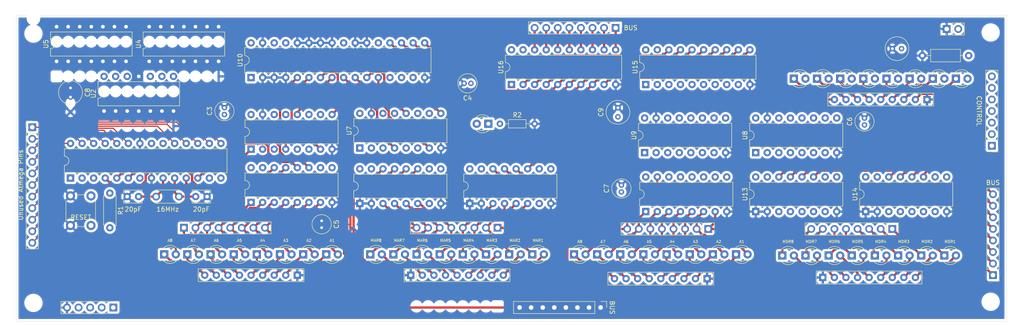
<source format=kicad_pcb>
(kicad_pcb (version 20171130) (host pcbnew "(5.1.9-0-10_14)")
  (layers (0 F.Cu signal) (1 In1.Cu signal) (2 In2.Cu signal hide) (31 B.Cu signal hide) (34 B.Paste user) (35 F.Paste user) (36 B.SilkS user) (37 F.SilkS user) (38 B.Mask user) (39 F.Mask user) (44 Edge.Cuts user))
  (net 0 "")
  (net 1 "Net-(C1-Pad2)")
  (net 2 "Net-(C2-Pad2)")
  (net 3 GND)
  (net 4 +5V)
  (net 5 "Net-(U1-Pad21)")
  (net 6 /RAM_WE)
  (net 7 /SH_OE)
  (net 8 /SH_LATCH)
  (net 9 /SH_CLK)
  (net 10 /SH_DATA)
  (net 11 /TX)
  (net 12 /RX)
  (net 13 "Net-(D1-Pad2)")
  (net 14 "Net-(D1-Pad1)")
  (net 15 "Net-(D2-Pad2)")
  (net 16 "Net-(D2-Pad1)")
  (net 17 "Net-(D3-Pad2)")
  (net 18 "Net-(D3-Pad1)")
  (net 19 "Net-(D4-Pad2)")
  (net 20 "Net-(D4-Pad1)")
  (net 21 "Net-(D5-Pad2)")
  (net 22 "Net-(D5-Pad1)")
  (net 23 "Net-(D6-Pad2)")
  (net 24 "Net-(D6-Pad1)")
  (net 25 "Net-(D7-Pad2)")
  (net 26 "Net-(D7-Pad1)")
  (net 27 "Net-(D8-Pad2)")
  (net 28 "Net-(D8-Pad1)")
  (net 29 "Net-(D9-Pad1)")
  (net 30 "Net-(D10-Pad1)")
  (net 31 "Net-(D11-Pad1)")
  (net 32 "Net-(D12-Pad1)")
  (net 33 "Net-(D13-Pad1)")
  (net 34 "Net-(D14-Pad1)")
  (net 35 "Net-(D15-Pad1)")
  (net 36 "Net-(D16-Pad1)")
  (net 37 "Net-(D17-Pad1)")
  (net 38 "Net-(D18-Pad1)")
  (net 39 "Net-(D19-Pad1)")
  (net 40 "Net-(D20-Pad1)")
  (net 41 "Net-(D21-Pad1)")
  (net 42 "Net-(D22-Pad1)")
  (net 43 "Net-(D23-Pad1)")
  (net 44 "Net-(D24-Pad1)")
  (net 45 /RAM_OUT)
  (net 46 /RESET)
  (net 47 "Net-(J7-Pad5)")
  (net 48 "Net-(J7-Pad4)")
  (net 49 "Net-(J7-Pad3)")
  (net 50 "Net-(J7-Pad2)")
  (net 51 "Net-(J7-Pad1)")
  (net 52 "Net-(J8-Pad5)")
  (net 53 "Net-(J8-Pad4)")
  (net 54 "Net-(J8-Pad3)")
  (net 55 "Net-(J8-Pad2)")
  (net 56 "Net-(J8-Pad1)")
  (net 57 "Net-(J7-Pad11)")
  (net 58 "Net-(J7-Pad10)")
  (net 59 "Net-(J7-Pad9)")
  (net 60 "Net-(J7-Pad8)")
  (net 61 "Net-(J7-Pad7)")
  (net 62 "Net-(J7-Pad6)")
  (net 63 "Net-(D25-Pad1)")
  (net 64 VCC)
  (net 65 /CLOCK)
  (net 66 /MAR_IN)
  (net 67 /MEM_RST)
  (net 68 /MEM_IN)
  (net 69 "Net-(D26-Pad2)")
  (net 70 "Net-(D27-Pad2)")
  (net 71 "Net-(D28-Pad2)")
  (net 72 "Net-(D29-Pad2)")
  (net 73 "Net-(D30-Pad2)")
  (net 74 "Net-(D31-Pad2)")
  (net 75 "Net-(D32-Pad2)")
  (net 76 "Net-(D33-Pad2)")
  (net 77 "Net-(D9-Pad2)")
  (net 78 "Net-(D10-Pad2)")
  (net 79 "Net-(D11-Pad2)")
  (net 80 "Net-(D12-Pad2)")
  (net 81 "Net-(D13-Pad2)")
  (net 82 "Net-(D14-Pad2)")
  (net 83 "Net-(D15-Pad2)")
  (net 84 "Net-(D16-Pad2)")
  (net 85 "Net-(D17-Pad2)")
  (net 86 "Net-(D18-Pad2)")
  (net 87 "Net-(D19-Pad2)")
  (net 88 "Net-(D20-Pad2)")
  (net 89 "Net-(D21-Pad2)")
  (net 90 "Net-(D22-Pad2)")
  (net 91 "Net-(D23-Pad2)")
  (net 92 "Net-(D24-Pad2)")
  (net 93 "Net-(D25-Pad2)")
  (net 94 "Net-(D26-Pad1)")
  (net 95 "Net-(D27-Pad1)")
  (net 96 "Net-(D28-Pad1)")
  (net 97 "Net-(D29-Pad1)")
  (net 98 "Net-(D30-Pad1)")
  (net 99 "Net-(D31-Pad1)")
  (net 100 "Net-(D32-Pad1)")
  (net 101 "Net-(D33-Pad1)")
  (net 102 "Net-(D34-Pad2)")
  (net 103 "Net-(D34-Pad1)")
  (net 104 "Net-(D35-Pad2)")
  (net 105 "Net-(D35-Pad1)")
  (net 106 "Net-(D36-Pad2)")
  (net 107 "Net-(D36-Pad1)")
  (net 108 "Net-(D37-Pad2)")
  (net 109 "Net-(D37-Pad1)")
  (net 110 "Net-(D38-Pad2)")
  (net 111 "Net-(D38-Pad1)")
  (net 112 "Net-(D39-Pad2)")
  (net 113 "Net-(D39-Pad1)")
  (net 114 "Net-(D40-Pad2)")
  (net 115 "Net-(D40-Pad1)")
  (net 116 "Net-(D41-Pad2)")
  (net 117 "Net-(D41-Pad1)")
  (net 118 /MAR_RST)
  (net 119 "Net-(J3-Pad8)")
  (net 120 "Net-(J3-Pad7)")
  (net 121 "Net-(J3-Pad6)")
  (net 122 "Net-(J3-Pad5)")
  (net 123 "Net-(J3-Pad4)")
  (net 124 "Net-(J3-Pad3)")
  (net 125 "Net-(J3-Pad2)")
  (net 126 "Net-(J3-Pad1)")
  (net 127 /ACTIVE)
  (net 128 "Net-(J8-Pad8)")
  (net 129 "Net-(J8-Pad7)")
  (net 130 "Net-(J8-Pad6)")
  (net 131 "Net-(J9-Pad8)")
  (net 132 "Net-(J9-Pad7)")
  (net 133 "Net-(J9-Pad6)")
  (net 134 "Net-(J9-Pad5)")
  (net 135 "Net-(J9-Pad4)")
  (net 136 "Net-(J9-Pad3)")
  (net 137 "Net-(J9-Pad2)")
  (net 138 "Net-(J9-Pad1)")
  (net 139 /unused?)
  (net 140 /ENABLE_RAM_WRITE_PROG)
  (net 141 "Net-(U10-Pad24)")
  (net 142 "Net-(U17-Pad14)")
  (net 143 "Net-(U4-Pad1)")
  (net 144 "Net-(U10-Pad6)")
  (net 145 "Net-(U10-Pad8)")
  (net 146 "Net-(U10-Pad5)")
  (net 147 "Net-(U10-Pad7)")
  (net 148 "Net-(U10-Pad10)")
  (net 149 "Net-(U10-Pad12)")
  (net 150 "Net-(U10-Pad9)")
  (net 151 "Net-(U10-Pad11)")
  (net 152 "Net-(U15-Pad8)")
  (net 153 "Net-(U15-Pad6)")
  (net 154 "Net-(U15-Pad9)")
  (net 155 "Net-(U15-Pad7)")
  (net 156 "Net-(U15-Pad4)")
  (net 157 "Net-(U15-Pad2)")
  (net 158 "Net-(U15-Pad5)")
  (net 159 "Net-(U15-Pad3)")
  (net 160 "Net-(U10-Pad1)")
  (net 161 "Net-(U17-Pad9)")
  (module MountingHole:MountingHole_3mm (layer F.Cu) (at 32.742 -18.288)
    (fp_text reference REF** hide)
    (fp_text value MountingHole_3mm)
    (pad 1 np_thru_hole circle (at 0 0) (size 3 3) (drill 3) (layers *.Cu *.Mask))
  )
  (module MountingHole:MountingHole_3mm (layer F.Cu) (at 32.742 -80.772)
    (fp_text reference REF** hide)
    (fp_text value MountingHole_3mm)
    (pad 1 np_thru_hole circle (at 0 0) (size 3 3) (drill 3) (layers *.Cu *.Mask))
  )
  (module MountingHole:MountingHole_3mm (layer F.Cu) (at 242.8 -18.542)
    (fp_text reference REF** hide)
    (fp_text value MountingHole_3mm)
    (pad 1 np_thru_hole circle (at 0 0) (size 3 3) (drill 3) (layers *.Cu *.Mask))
  )
  (module MountingHole:MountingHole_3mm (layer F.Cu) (at 242.8 -77.724)
    (fp_text reference REF** hide)
    (fp_text value MountingHole_3mm)
    (pad 1 np_thru_hole circle (at 0 0) (size 3 3) (drill 3) (layers *.Cu *.Mask))
  )
  (module Crystal:Resonator-2Pin_W7.0mm_H2.5mm (layer F.Cu) (at 59.666 -41.656)
    (fp_text reference Y1 hide)
    (fp_text value Crystal)
    (pad 2 thru_hole circle (at 5 0) (size 1.7 1.7) (drill 1) (layers *.Cu *.Mask) (net 2 "Net-(C2-Pad2)"))
    (pad 1 thru_hole circle (at 0 0) (size 1.7 1.7) (drill 1) (layers *.Cu *.Mask) (net 1 "Net-(C1-Pad2)"))
  )
  (module Package_DIP:DIP-16_W7.62mm (layer F.Cu) (at 167.108 -38.354 90)
    (fp_text reference U17 hide)
    (fp_text value 74HC595)
    (pad 16 thru_hole oval (at 7.62 0 90) (size 1.6 1.6) (drill 0.8) (layers *.Cu *.Mask) (net 4 +5V))
    (pad 8 thru_hole oval (at 0 17.78 90) (size 1.6 1.6) (drill 0.8) (layers *.Cu *.Mask) (net 3 GND))
    (pad 15 thru_hole oval (at 7.62 2.54 90) (size 1.6 1.6) (drill 0.8) (layers *.Cu *.Mask) (net 102 "Net-(D34-Pad2)"))
    (pad 7 thru_hole oval (at 0 15.24 90) (size 1.6 1.6) (drill 0.8) (layers *.Cu *.Mask) (net 116 "Net-(D41-Pad2)"))
    (pad 14 thru_hole oval (at 7.62 5.08 90) (size 1.6 1.6) (drill 0.8) (layers *.Cu *.Mask) (net 142 "Net-(U17-Pad14)"))
    (pad 6 thru_hole oval (at 0 12.7 90) (size 1.6 1.6) (drill 0.8) (layers *.Cu *.Mask) (net 114 "Net-(D40-Pad2)"))
    (pad 13 thru_hole oval (at 7.62 7.62 90) (size 1.6 1.6) (drill 0.8) (layers *.Cu *.Mask) (net 7 /SH_OE))
    (pad 5 thru_hole oval (at 0 10.16 90) (size 1.6 1.6) (drill 0.8) (layers *.Cu *.Mask) (net 112 "Net-(D39-Pad2)"))
    (pad 12 thru_hole oval (at 7.62 10.16 90) (size 1.6 1.6) (drill 0.8) (layers *.Cu *.Mask) (net 8 /SH_LATCH))
    (pad 4 thru_hole oval (at 0 7.62 90) (size 1.6 1.6) (drill 0.8) (layers *.Cu *.Mask) (net 110 "Net-(D38-Pad2)"))
    (pad 11 thru_hole oval (at 7.62 12.7 90) (size 1.6 1.6) (drill 0.8) (layers *.Cu *.Mask) (net 10 /SH_DATA))
    (pad 3 thru_hole oval (at 0 5.08 90) (size 1.6 1.6) (drill 0.8) (layers *.Cu *.Mask) (net 108 "Net-(D37-Pad2)"))
    (pad 10 thru_hole oval (at 7.62 15.24 90) (size 1.6 1.6) (drill 0.8) (layers *.Cu *.Mask) (net 4 +5V))
    (pad 2 thru_hole oval (at 0 2.54 90) (size 1.6 1.6) (drill 0.8) (layers *.Cu *.Mask) (net 106 "Net-(D36-Pad2)"))
    (pad 9 thru_hole oval (at 7.62 17.78 90) (size 1.6 1.6) (drill 0.8) (layers *.Cu *.Mask) (net 161 "Net-(U17-Pad9)"))
    (pad 1 thru_hole rect (at 0 0 90) (size 1.6 1.6) (drill 0.8) (layers *.Cu *.Mask) (net 104 "Net-(D35-Pad2)"))
  )
  (module Package_DIP:DIP-20_W7.62mm (layer F.Cu) (at 137.644 -66.294 90)
    (fp_text reference U16 (at 3.81 -2.33 90) (layer F.SilkS))
    (fp_text value 74LS245)
    (pad 20 thru_hole oval (at 7.62 0 90) (size 1.6 1.6) (drill 0.8) (layers *.Cu *.Mask) (net 4 +5V))
    (pad 10 thru_hole oval (at 0 22.86 90) (size 1.6 1.6) (drill 0.8) (layers *.Cu *.Mask) (net 3 GND))
    (pad 19 thru_hole oval (at 7.62 2.54 90) (size 1.6 1.6) (drill 0.8) (layers *.Cu *.Mask) (net 45 /RAM_OUT))
    (pad 9 thru_hole oval (at 0 20.32 90) (size 1.6 1.6) (drill 0.8) (layers *.Cu *.Mask) (net 77 "Net-(D9-Pad2)"))
    (pad 18 thru_hole oval (at 7.62 5.08 90) (size 1.6 1.6) (drill 0.8) (layers *.Cu *.Mask) (net 131 "Net-(J9-Pad8)"))
    (pad 8 thru_hole oval (at 0 17.78 90) (size 1.6 1.6) (drill 0.8) (layers *.Cu *.Mask) (net 79 "Net-(D11-Pad2)"))
    (pad 17 thru_hole oval (at 7.62 7.62 90) (size 1.6 1.6) (drill 0.8) (layers *.Cu *.Mask) (net 132 "Net-(J9-Pad7)"))
    (pad 7 thru_hole oval (at 0 15.24 90) (size 1.6 1.6) (drill 0.8) (layers *.Cu *.Mask) (net 81 "Net-(D13-Pad2)"))
    (pad 16 thru_hole oval (at 7.62 10.16 90) (size 1.6 1.6) (drill 0.8) (layers *.Cu *.Mask) (net 133 "Net-(J9-Pad6)"))
    (pad 6 thru_hole oval (at 0 12.7 90) (size 1.6 1.6) (drill 0.8) (layers *.Cu *.Mask) (net 83 "Net-(D15-Pad2)"))
    (pad 15 thru_hole oval (at 7.62 12.7 90) (size 1.6 1.6) (drill 0.8) (layers *.Cu *.Mask) (net 134 "Net-(J9-Pad5)"))
    (pad 5 thru_hole oval (at 0 10.16 90) (size 1.6 1.6) (drill 0.8) (layers *.Cu *.Mask) (net 85 "Net-(D17-Pad2)"))
    (pad 14 thru_hole oval (at 7.62 15.24 90) (size 1.6 1.6) (drill 0.8) (layers *.Cu *.Mask) (net 135 "Net-(J9-Pad4)"))
    (pad 4 thru_hole oval (at 0 7.62 90) (size 1.6 1.6) (drill 0.8) (layers *.Cu *.Mask) (net 87 "Net-(D19-Pad2)"))
    (pad 13 thru_hole oval (at 7.62 17.78 90) (size 1.6 1.6) (drill 0.8) (layers *.Cu *.Mask) (net 136 "Net-(J9-Pad3)"))
    (pad 3 thru_hole oval (at 0 5.08 90) (size 1.6 1.6) (drill 0.8) (layers *.Cu *.Mask) (net 89 "Net-(D21-Pad2)"))
    (pad 12 thru_hole oval (at 7.62 20.32 90) (size 1.6 1.6) (drill 0.8) (layers *.Cu *.Mask) (net 137 "Net-(J9-Pad2)"))
    (pad 2 thru_hole oval (at 0 2.54 90) (size 1.6 1.6) (drill 0.8) (layers *.Cu *.Mask) (net 91 "Net-(D23-Pad2)"))
    (pad 11 thru_hole oval (at 7.62 22.86 90) (size 1.6 1.6) (drill 0.8) (layers *.Cu *.Mask) (net 138 "Net-(J9-Pad1)"))
    (pad 1 thru_hole rect (at 0 0 90) (size 1.6 1.6) (drill 0.8) (layers *.Cu *.Mask) (net 4 +5V))
  )
  (module Package_DIP:DIP-20_W7.62mm (layer F.Cu) (at 167.108 -66.294 90)
    (fp_text reference U15 (at 3.81 -2.33 90) (layer F.SilkS))
    (fp_text value 74LS245)
    (pad 20 thru_hole oval (at 7.62 0 90) (size 1.6 1.6) (drill 0.8) (layers *.Cu *.Mask) (net 4 +5V))
    (pad 10 thru_hole oval (at 0 22.86 90) (size 1.6 1.6) (drill 0.8) (layers *.Cu *.Mask) (net 3 GND))
    (pad 19 thru_hole oval (at 7.62 2.54 90) (size 1.6 1.6) (drill 0.8) (layers *.Cu *.Mask) (net 93 "Net-(D25-Pad2)"))
    (pad 9 thru_hole oval (at 0 20.32 90) (size 1.6 1.6) (drill 0.8) (layers *.Cu *.Mask) (net 154 "Net-(U15-Pad9)"))
    (pad 18 thru_hole oval (at 7.62 5.08 90) (size 1.6 1.6) (drill 0.8) (layers *.Cu *.Mask) (net 91 "Net-(D23-Pad2)"))
    (pad 8 thru_hole oval (at 0 17.78 90) (size 1.6 1.6) (drill 0.8) (layers *.Cu *.Mask) (net 152 "Net-(U15-Pad8)"))
    (pad 17 thru_hole oval (at 7.62 7.62 90) (size 1.6 1.6) (drill 0.8) (layers *.Cu *.Mask) (net 89 "Net-(D21-Pad2)"))
    (pad 7 thru_hole oval (at 0 15.24 90) (size 1.6 1.6) (drill 0.8) (layers *.Cu *.Mask) (net 155 "Net-(U15-Pad7)"))
    (pad 16 thru_hole oval (at 7.62 10.16 90) (size 1.6 1.6) (drill 0.8) (layers *.Cu *.Mask) (net 87 "Net-(D19-Pad2)"))
    (pad 6 thru_hole oval (at 0 12.7 90) (size 1.6 1.6) (drill 0.8) (layers *.Cu *.Mask) (net 153 "Net-(U15-Pad6)"))
    (pad 15 thru_hole oval (at 7.62 12.7 90) (size 1.6 1.6) (drill 0.8) (layers *.Cu *.Mask) (net 85 "Net-(D17-Pad2)"))
    (pad 5 thru_hole oval (at 0 10.16 90) (size 1.6 1.6) (drill 0.8) (layers *.Cu *.Mask) (net 158 "Net-(U15-Pad5)"))
    (pad 14 thru_hole oval (at 7.62 15.24 90) (size 1.6 1.6) (drill 0.8) (layers *.Cu *.Mask) (net 83 "Net-(D15-Pad2)"))
    (pad 4 thru_hole oval (at 0 7.62 90) (size 1.6 1.6) (drill 0.8) (layers *.Cu *.Mask) (net 156 "Net-(U15-Pad4)"))
    (pad 13 thru_hole oval (at 7.62 17.78 90) (size 1.6 1.6) (drill 0.8) (layers *.Cu *.Mask) (net 81 "Net-(D13-Pad2)"))
    (pad 3 thru_hole oval (at 0 5.08 90) (size 1.6 1.6) (drill 0.8) (layers *.Cu *.Mask) (net 159 "Net-(U15-Pad3)"))
    (pad 12 thru_hole oval (at 7.62 20.32 90) (size 1.6 1.6) (drill 0.8) (layers *.Cu *.Mask) (net 79 "Net-(D11-Pad2)"))
    (pad 2 thru_hole oval (at 0 2.54 90) (size 1.6 1.6) (drill 0.8) (layers *.Cu *.Mask) (net 157 "Net-(U15-Pad2)"))
    (pad 11 thru_hole oval (at 7.62 22.86 90) (size 1.6 1.6) (drill 0.8) (layers *.Cu *.Mask) (net 77 "Net-(D9-Pad2)"))
    (pad 1 thru_hole rect (at 0 0 90) (size 1.6 1.6) (drill 0.8) (layers *.Cu *.Mask) (net 4 +5V))
  )
  (module Package_DIP:DIP-16_W7.62mm (layer F.Cu) (at 215.368 -38.354 90)
    (fp_text reference U14 (at 3.81 -2.33 90) (layer F.SilkS))
    (fp_text value 74LS173)
    (pad 16 thru_hole oval (at 7.62 0 90) (size 1.6 1.6) (drill 0.8) (layers *.Cu *.Mask) (net 64 VCC))
    (pad 8 thru_hole oval (at 0 17.78 90) (size 1.6 1.6) (drill 0.8) (layers *.Cu *.Mask) (net 3 GND))
    (pad 15 thru_hole oval (at 7.62 2.54 90) (size 1.6 1.6) (drill 0.8) (layers *.Cu *.Mask) (net 67 /MEM_RST))
    (pad 7 thru_hole oval (at 0 15.24 90) (size 1.6 1.6) (drill 0.8) (layers *.Cu *.Mask) (net 65 /CLOCK))
    (pad 14 thru_hole oval (at 7.62 5.08 90) (size 1.6 1.6) (drill 0.8) (layers *.Cu *.Mask) (net 123 "Net-(J3-Pad4)"))
    (pad 6 thru_hole oval (at 0 12.7 90) (size 1.6 1.6) (drill 0.8) (layers *.Cu *.Mask) (net 101 "Net-(D33-Pad1)"))
    (pad 13 thru_hole oval (at 7.62 7.62 90) (size 1.6 1.6) (drill 0.8) (layers *.Cu *.Mask) (net 124 "Net-(J3-Pad3)"))
    (pad 5 thru_hole oval (at 0 10.16 90) (size 1.6 1.6) (drill 0.8) (layers *.Cu *.Mask) (net 100 "Net-(D32-Pad1)"))
    (pad 12 thru_hole oval (at 7.62 10.16 90) (size 1.6 1.6) (drill 0.8) (layers *.Cu *.Mask) (net 125 "Net-(J3-Pad2)"))
    (pad 4 thru_hole oval (at 0 7.62 90) (size 1.6 1.6) (drill 0.8) (layers *.Cu *.Mask) (net 99 "Net-(D31-Pad1)"))
    (pad 11 thru_hole oval (at 7.62 12.7 90) (size 1.6 1.6) (drill 0.8) (layers *.Cu *.Mask) (net 126 "Net-(J3-Pad1)"))
    (pad 3 thru_hole oval (at 0 5.08 90) (size 1.6 1.6) (drill 0.8) (layers *.Cu *.Mask) (net 98 "Net-(D30-Pad1)"))
    (pad 10 thru_hole oval (at 7.62 15.24 90) (size 1.6 1.6) (drill 0.8) (layers *.Cu *.Mask) (net 68 /MEM_IN))
    (pad 2 thru_hole oval (at 0 2.54 90) (size 1.6 1.6) (drill 0.8) (layers *.Cu *.Mask) (net 3 GND))
    (pad 9 thru_hole oval (at 7.62 17.78 90) (size 1.6 1.6) (drill 0.8) (layers *.Cu *.Mask) (net 68 /MEM_IN))
    (pad 1 thru_hole rect (at 0 0 90) (size 1.6 1.6) (drill 0.8) (layers *.Cu *.Mask) (net 3 GND))
  )
  (module Package_DIP:DIP-16_W7.62mm (layer F.Cu) (at 191.238 -38.354 90)
    (fp_text reference U13 (at 3.81 -2.33 90) (layer F.SilkS))
    (fp_text value 74LS173)
    (pad 16 thru_hole oval (at 7.62 0 90) (size 1.6 1.6) (drill 0.8) (layers *.Cu *.Mask) (net 64 VCC))
    (pad 8 thru_hole oval (at 0 17.78 90) (size 1.6 1.6) (drill 0.8) (layers *.Cu *.Mask) (net 3 GND))
    (pad 15 thru_hole oval (at 7.62 2.54 90) (size 1.6 1.6) (drill 0.8) (layers *.Cu *.Mask) (net 67 /MEM_RST))
    (pad 7 thru_hole oval (at 0 15.24 90) (size 1.6 1.6) (drill 0.8) (layers *.Cu *.Mask) (net 65 /CLOCK))
    (pad 14 thru_hole oval (at 7.62 5.08 90) (size 1.6 1.6) (drill 0.8) (layers *.Cu *.Mask) (net 119 "Net-(J3-Pad8)"))
    (pad 6 thru_hole oval (at 0 12.7 90) (size 1.6 1.6) (drill 0.8) (layers *.Cu *.Mask) (net 97 "Net-(D29-Pad1)"))
    (pad 13 thru_hole oval (at 7.62 7.62 90) (size 1.6 1.6) (drill 0.8) (layers *.Cu *.Mask) (net 120 "Net-(J3-Pad7)"))
    (pad 5 thru_hole oval (at 0 10.16 90) (size 1.6 1.6) (drill 0.8) (layers *.Cu *.Mask) (net 96 "Net-(D28-Pad1)"))
    (pad 12 thru_hole oval (at 7.62 10.16 90) (size 1.6 1.6) (drill 0.8) (layers *.Cu *.Mask) (net 121 "Net-(J3-Pad6)"))
    (pad 4 thru_hole oval (at 0 7.62 90) (size 1.6 1.6) (drill 0.8) (layers *.Cu *.Mask) (net 95 "Net-(D27-Pad1)"))
    (pad 11 thru_hole oval (at 7.62 12.7 90) (size 1.6 1.6) (drill 0.8) (layers *.Cu *.Mask) (net 122 "Net-(J3-Pad5)"))
    (pad 3 thru_hole oval (at 0 5.08 90) (size 1.6 1.6) (drill 0.8) (layers *.Cu *.Mask) (net 94 "Net-(D26-Pad1)"))
    (pad 10 thru_hole oval (at 7.62 15.24 90) (size 1.6 1.6) (drill 0.8) (layers *.Cu *.Mask) (net 68 /MEM_IN))
    (pad 2 thru_hole oval (at 0 2.54 90) (size 1.6 1.6) (drill 0.8) (layers *.Cu *.Mask) (net 3 GND))
    (pad 9 thru_hole oval (at 7.62 17.78 90) (size 1.6 1.6) (drill 0.8) (layers *.Cu *.Mask) (net 68 /MEM_IN))
    (pad 1 thru_hole rect (at 0 0 90) (size 1.6 1.6) (drill 0.8) (layers *.Cu *.Mask) (net 3 GND))
  )
  (module Package_DIP:DIP-16_W7.62mm (layer F.Cu) (at 128.5 -40.132 90)
    (fp_text reference U12 hide)
    (fp_text value 74LS173)
    (pad 16 thru_hole oval (at 7.62 0 90) (size 1.6 1.6) (drill 0.8) (layers *.Cu *.Mask) (net 64 VCC))
    (pad 8 thru_hole oval (at 0 17.78 90) (size 1.6 1.6) (drill 0.8) (layers *.Cu *.Mask) (net 3 GND))
    (pad 15 thru_hole oval (at 7.62 2.54 90) (size 1.6 1.6) (drill 0.8) (layers *.Cu *.Mask) (net 118 /MAR_RST))
    (pad 7 thru_hole oval (at 0 15.24 90) (size 1.6 1.6) (drill 0.8) (layers *.Cu *.Mask) (net 65 /CLOCK))
    (pad 14 thru_hole oval (at 7.62 5.08 90) (size 1.6 1.6) (drill 0.8) (layers *.Cu *.Mask) (net 53 "Net-(J8-Pad4)"))
    (pad 6 thru_hole oval (at 0 12.7 90) (size 1.6 1.6) (drill 0.8) (layers *.Cu *.Mask) (net 28 "Net-(D8-Pad1)"))
    (pad 13 thru_hole oval (at 7.62 7.62 90) (size 1.6 1.6) (drill 0.8) (layers *.Cu *.Mask) (net 54 "Net-(J8-Pad3)"))
    (pad 5 thru_hole oval (at 0 10.16 90) (size 1.6 1.6) (drill 0.8) (layers *.Cu *.Mask) (net 26 "Net-(D7-Pad1)"))
    (pad 12 thru_hole oval (at 7.62 10.16 90) (size 1.6 1.6) (drill 0.8) (layers *.Cu *.Mask) (net 55 "Net-(J8-Pad2)"))
    (pad 4 thru_hole oval (at 0 7.62 90) (size 1.6 1.6) (drill 0.8) (layers *.Cu *.Mask) (net 24 "Net-(D6-Pad1)"))
    (pad 11 thru_hole oval (at 7.62 12.7 90) (size 1.6 1.6) (drill 0.8) (layers *.Cu *.Mask) (net 56 "Net-(J8-Pad1)"))
    (pad 3 thru_hole oval (at 0 5.08 90) (size 1.6 1.6) (drill 0.8) (layers *.Cu *.Mask) (net 22 "Net-(D5-Pad1)"))
    (pad 10 thru_hole oval (at 7.62 15.24 90) (size 1.6 1.6) (drill 0.8) (layers *.Cu *.Mask) (net 66 /MAR_IN))
    (pad 2 thru_hole oval (at 0 2.54 90) (size 1.6 1.6) (drill 0.8) (layers *.Cu *.Mask) (net 3 GND))
    (pad 9 thru_hole oval (at 7.62 17.78 90) (size 1.6 1.6) (drill 0.8) (layers *.Cu *.Mask) (net 66 /MAR_IN))
    (pad 1 thru_hole rect (at 0 0 90) (size 1.6 1.6) (drill 0.8) (layers *.Cu *.Mask) (net 3 GND))
  )
  (module Package_DIP:DIP-16_W7.62mm (layer F.Cu) (at 104.37 -40.132 90)
    (fp_text reference U11 hide)
    (fp_text value 74LS173)
    (pad 16 thru_hole oval (at 7.62 0 90) (size 1.6 1.6) (drill 0.8) (layers *.Cu *.Mask) (net 64 VCC))
    (pad 8 thru_hole oval (at 0 17.78 90) (size 1.6 1.6) (drill 0.8) (layers *.Cu *.Mask) (net 3 GND))
    (pad 15 thru_hole oval (at 7.62 2.54 90) (size 1.6 1.6) (drill 0.8) (layers *.Cu *.Mask) (net 118 /MAR_RST))
    (pad 7 thru_hole oval (at 0 15.24 90) (size 1.6 1.6) (drill 0.8) (layers *.Cu *.Mask) (net 65 /CLOCK))
    (pad 14 thru_hole oval (at 7.62 5.08 90) (size 1.6 1.6) (drill 0.8) (layers *.Cu *.Mask) (net 128 "Net-(J8-Pad8)"))
    (pad 6 thru_hole oval (at 0 12.7 90) (size 1.6 1.6) (drill 0.8) (layers *.Cu *.Mask) (net 20 "Net-(D4-Pad1)"))
    (pad 13 thru_hole oval (at 7.62 7.62 90) (size 1.6 1.6) (drill 0.8) (layers *.Cu *.Mask) (net 129 "Net-(J8-Pad7)"))
    (pad 5 thru_hole oval (at 0 10.16 90) (size 1.6 1.6) (drill 0.8) (layers *.Cu *.Mask) (net 18 "Net-(D3-Pad1)"))
    (pad 12 thru_hole oval (at 7.62 10.16 90) (size 1.6 1.6) (drill 0.8) (layers *.Cu *.Mask) (net 130 "Net-(J8-Pad6)"))
    (pad 4 thru_hole oval (at 0 7.62 90) (size 1.6 1.6) (drill 0.8) (layers *.Cu *.Mask) (net 16 "Net-(D2-Pad1)"))
    (pad 11 thru_hole oval (at 7.62 12.7 90) (size 1.6 1.6) (drill 0.8) (layers *.Cu *.Mask) (net 52 "Net-(J8-Pad5)"))
    (pad 3 thru_hole oval (at 0 5.08 90) (size 1.6 1.6) (drill 0.8) (layers *.Cu *.Mask) (net 14 "Net-(D1-Pad1)"))
    (pad 10 thru_hole oval (at 7.62 15.24 90) (size 1.6 1.6) (drill 0.8) (layers *.Cu *.Mask) (net 66 /MAR_IN))
    (pad 2 thru_hole oval (at 0 2.54 90) (size 1.6 1.6) (drill 0.8) (layers *.Cu *.Mask) (net 3 GND))
    (pad 9 thru_hole oval (at 7.62 17.78 90) (size 1.6 1.6) (drill 0.8) (layers *.Cu *.Mask) (net 66 /MAR_IN))
    (pad 1 thru_hole rect (at 0 0 90) (size 1.6 1.6) (drill 0.8) (layers *.Cu *.Mask) (net 3 GND))
  )
  (module Package_DIP:DIP-32_W7.62mm (layer F.Cu) (at 80.494 -67.818 90)
    (fp_text reference U10 (at 3.81 -2.39 90) (layer F.SilkS))
    (fp_text value IS61C1024-15N)
    (pad 32 thru_hole oval (at 7.62 0 90) (size 1.6 1.6) (drill 0.8) (layers *.Cu *.Mask) (net 4 +5V))
    (pad 16 thru_hole oval (at 0 38.1 90) (size 1.6 1.6) (drill 0.8) (layers *.Cu *.Mask) (net 3 GND))
    (pad 31 thru_hole oval (at 7.62 2.54 90) (size 1.6 1.6) (drill 0.8) (layers *.Cu *.Mask) (net 3 GND))
    (pad 15 thru_hole oval (at 0 35.56 90) (size 1.6 1.6) (drill 0.8) (layers *.Cu *.Mask) (net 87 "Net-(D19-Pad2)"))
    (pad 30 thru_hole oval (at 7.62 5.08 90) (size 1.6 1.6) (drill 0.8) (layers *.Cu *.Mask) (net 4 +5V))
    (pad 14 thru_hole oval (at 0 33.02 90) (size 1.6 1.6) (drill 0.8) (layers *.Cu *.Mask) (net 89 "Net-(D21-Pad2)"))
    (pad 29 thru_hole oval (at 7.62 7.62 90) (size 1.6 1.6) (drill 0.8) (layers *.Cu *.Mask) (net 93 "Net-(D25-Pad2)"))
    (pad 13 thru_hole oval (at 0 30.48 90) (size 1.6 1.6) (drill 0.8) (layers *.Cu *.Mask) (net 91 "Net-(D23-Pad2)"))
    (pad 28 thru_hole oval (at 7.62 10.16 90) (size 1.6 1.6) (drill 0.8) (layers *.Cu *.Mask) (net 3 GND))
    (pad 12 thru_hole oval (at 0 27.94 90) (size 1.6 1.6) (drill 0.8) (layers *.Cu *.Mask) (net 149 "Net-(U10-Pad12)"))
    (pad 27 thru_hole oval (at 7.62 12.7 90) (size 1.6 1.6) (drill 0.8) (layers *.Cu *.Mask) (net 3 GND))
    (pad 11 thru_hole oval (at 0 25.4 90) (size 1.6 1.6) (drill 0.8) (layers *.Cu *.Mask) (net 151 "Net-(U10-Pad11)"))
    (pad 26 thru_hole oval (at 7.62 15.24 90) (size 1.6 1.6) (drill 0.8) (layers *.Cu *.Mask) (net 3 GND))
    (pad 10 thru_hole oval (at 0 22.86 90) (size 1.6 1.6) (drill 0.8) (layers *.Cu *.Mask) (net 148 "Net-(U10-Pad10)"))
    (pad 25 thru_hole oval (at 7.62 17.78 90) (size 1.6 1.6) (drill 0.8) (layers *.Cu *.Mask) (net 3 GND))
    (pad 9 thru_hole oval (at 0 20.32 90) (size 1.6 1.6) (drill 0.8) (layers *.Cu *.Mask) (net 150 "Net-(U10-Pad9)"))
    (pad 24 thru_hole oval (at 7.62 20.32 90) (size 1.6 1.6) (drill 0.8) (layers *.Cu *.Mask) (net 141 "Net-(U10-Pad24)"))
    (pad 8 thru_hole oval (at 0 17.78 90) (size 1.6 1.6) (drill 0.8) (layers *.Cu *.Mask) (net 145 "Net-(U10-Pad8)"))
    (pad 23 thru_hole oval (at 7.62 22.86 90) (size 1.6 1.6) (drill 0.8) (layers *.Cu *.Mask) (net 3 GND))
    (pad 7 thru_hole oval (at 0 15.24 90) (size 1.6 1.6) (drill 0.8) (layers *.Cu *.Mask) (net 147 "Net-(U10-Pad7)"))
    (pad 22 thru_hole oval (at 7.62 25.4 90) (size 1.6 1.6) (drill 0.8) (layers *.Cu *.Mask) (net 3 GND))
    (pad 6 thru_hole oval (at 0 12.7 90) (size 1.6 1.6) (drill 0.8) (layers *.Cu *.Mask) (net 144 "Net-(U10-Pad6)"))
    (pad 21 thru_hole oval (at 7.62 27.94 90) (size 1.6 1.6) (drill 0.8) (layers *.Cu *.Mask) (net 77 "Net-(D9-Pad2)"))
    (pad 5 thru_hole oval (at 0 10.16 90) (size 1.6 1.6) (drill 0.8) (layers *.Cu *.Mask) (net 146 "Net-(U10-Pad5)"))
    (pad 20 thru_hole oval (at 7.62 30.48 90) (size 1.6 1.6) (drill 0.8) (layers *.Cu *.Mask) (net 79 "Net-(D11-Pad2)"))
    (pad 4 thru_hole oval (at 0 7.62 90) (size 1.6 1.6) (drill 0.8) (layers *.Cu *.Mask) (net 3 GND))
    (pad 19 thru_hole oval (at 7.62 33.02 90) (size 1.6 1.6) (drill 0.8) (layers *.Cu *.Mask) (net 81 "Net-(D13-Pad2)"))
    (pad 3 thru_hole oval (at 0 5.08 90) (size 1.6 1.6) (drill 0.8) (layers *.Cu *.Mask) (net 3 GND))
    (pad 18 thru_hole oval (at 7.62 35.56 90) (size 1.6 1.6) (drill 0.8) (layers *.Cu *.Mask) (net 83 "Net-(D15-Pad2)"))
    (pad 2 thru_hole oval (at 0 2.54 90) (size 1.6 1.6) (drill 0.8) (layers *.Cu *.Mask) (net 3 GND))
    (pad 17 thru_hole oval (at 7.62 38.1 90) (size 1.6 1.6) (drill 0.8) (layers *.Cu *.Mask) (net 85 "Net-(D17-Pad2)"))
    (pad 1 thru_hole rect (at 0 0 90) (size 1.6 1.6) (drill 0.8) (layers *.Cu *.Mask) (net 160 "Net-(U10-Pad1)"))
  )
  (module Package_DIP:DIP-16_W7.62mm (layer F.Cu) (at 166.854 -51.308 90)
    (fp_text reference U9 (at 3.81 -2.33 90) (layer F.SilkS))
    (fp_text value 74LS157)
    (pad 16 thru_hole oval (at 7.62 0 90) (size 1.6 1.6) (drill 0.8) (layers *.Cu *.Mask) (net 4 +5V))
    (pad 8 thru_hole oval (at 0 17.78 90) (size 1.6 1.6) (drill 0.8) (layers *.Cu *.Mask) (net 3 GND))
    (pad 15 thru_hole oval (at 7.62 2.54 90) (size 1.6 1.6) (drill 0.8) (layers *.Cu *.Mask) (net 3 GND))
    (pad 7 thru_hole oval (at 0 15.24 90) (size 1.6 1.6) (drill 0.8) (layers *.Cu *.Mask) (net 156 "Net-(U15-Pad4)"))
    (pad 14 thru_hole oval (at 7.62 5.08 90) (size 1.6 1.6) (drill 0.8) (layers *.Cu *.Mask) (net 94 "Net-(D26-Pad1)"))
    (pad 6 thru_hole oval (at 0 12.7 90) (size 1.6 1.6) (drill 0.8) (layers *.Cu *.Mask) (net 106 "Net-(D36-Pad2)"))
    (pad 13 thru_hole oval (at 7.62 7.62 90) (size 1.6 1.6) (drill 0.8) (layers *.Cu *.Mask) (net 102 "Net-(D34-Pad2)"))
    (pad 5 thru_hole oval (at 0 10.16 90) (size 1.6 1.6) (drill 0.8) (layers *.Cu *.Mask) (net 96 "Net-(D28-Pad1)"))
    (pad 12 thru_hole oval (at 7.62 10.16 90) (size 1.6 1.6) (drill 0.8) (layers *.Cu *.Mask) (net 157 "Net-(U15-Pad2)"))
    (pad 4 thru_hole oval (at 0 7.62 90) (size 1.6 1.6) (drill 0.8) (layers *.Cu *.Mask) (net 158 "Net-(U15-Pad5)"))
    (pad 11 thru_hole oval (at 7.62 12.7 90) (size 1.6 1.6) (drill 0.8) (layers *.Cu *.Mask) (net 95 "Net-(D27-Pad1)"))
    (pad 3 thru_hole oval (at 0 5.08 90) (size 1.6 1.6) (drill 0.8) (layers *.Cu *.Mask) (net 108 "Net-(D37-Pad2)"))
    (pad 10 thru_hole oval (at 7.62 15.24 90) (size 1.6 1.6) (drill 0.8) (layers *.Cu *.Mask) (net 104 "Net-(D35-Pad2)"))
    (pad 2 thru_hole oval (at 0 2.54 90) (size 1.6 1.6) (drill 0.8) (layers *.Cu *.Mask) (net 97 "Net-(D29-Pad1)"))
    (pad 9 thru_hole oval (at 7.62 17.78 90) (size 1.6 1.6) (drill 0.8) (layers *.Cu *.Mask) (net 159 "Net-(U15-Pad3)"))
    (pad 1 thru_hole rect (at 0 0 90) (size 1.6 1.6) (drill 0.8) (layers *.Cu *.Mask) (net 140 /ENABLE_RAM_WRITE_PROG))
  )
  (module Package_DIP:DIP-16_W7.62mm (layer F.Cu) (at 191.238 -51.308 90)
    (fp_text reference U8 (at 3.81 -2.33 90) (layer F.SilkS))
    (fp_text value 74LS157)
    (pad 16 thru_hole oval (at 7.62 0 90) (size 1.6 1.6) (drill 0.8) (layers *.Cu *.Mask) (net 4 +5V))
    (pad 8 thru_hole oval (at 0 17.78 90) (size 1.6 1.6) (drill 0.8) (layers *.Cu *.Mask) (net 3 GND))
    (pad 15 thru_hole oval (at 7.62 2.54 90) (size 1.6 1.6) (drill 0.8) (layers *.Cu *.Mask) (net 3 GND))
    (pad 7 thru_hole oval (at 0 15.24 90) (size 1.6 1.6) (drill 0.8) (layers *.Cu *.Mask) (net 152 "Net-(U15-Pad8)"))
    (pad 14 thru_hole oval (at 7.62 5.08 90) (size 1.6 1.6) (drill 0.8) (layers *.Cu *.Mask) (net 98 "Net-(D30-Pad1)"))
    (pad 6 thru_hole oval (at 0 12.7 90) (size 1.6 1.6) (drill 0.8) (layers *.Cu *.Mask) (net 114 "Net-(D40-Pad2)"))
    (pad 13 thru_hole oval (at 7.62 7.62 90) (size 1.6 1.6) (drill 0.8) (layers *.Cu *.Mask) (net 110 "Net-(D38-Pad2)"))
    (pad 5 thru_hole oval (at 0 10.16 90) (size 1.6 1.6) (drill 0.8) (layers *.Cu *.Mask) (net 100 "Net-(D32-Pad1)"))
    (pad 12 thru_hole oval (at 7.62 10.16 90) (size 1.6 1.6) (drill 0.8) (layers *.Cu *.Mask) (net 153 "Net-(U15-Pad6)"))
    (pad 4 thru_hole oval (at 0 7.62 90) (size 1.6 1.6) (drill 0.8) (layers *.Cu *.Mask) (net 154 "Net-(U15-Pad9)"))
    (pad 11 thru_hole oval (at 7.62 12.7 90) (size 1.6 1.6) (drill 0.8) (layers *.Cu *.Mask) (net 99 "Net-(D31-Pad1)"))
    (pad 3 thru_hole oval (at 0 5.08 90) (size 1.6 1.6) (drill 0.8) (layers *.Cu *.Mask) (net 116 "Net-(D41-Pad2)"))
    (pad 10 thru_hole oval (at 7.62 15.24 90) (size 1.6 1.6) (drill 0.8) (layers *.Cu *.Mask) (net 112 "Net-(D39-Pad2)"))
    (pad 2 thru_hole oval (at 0 2.54 90) (size 1.6 1.6) (drill 0.8) (layers *.Cu *.Mask) (net 101 "Net-(D33-Pad1)"))
    (pad 9 thru_hole oval (at 7.62 17.78 90) (size 1.6 1.6) (drill 0.8) (layers *.Cu *.Mask) (net 155 "Net-(U15-Pad7)"))
    (pad 1 thru_hole rect (at 0 0 90) (size 1.6 1.6) (drill 0.8) (layers *.Cu *.Mask) (net 140 /ENABLE_RAM_WRITE_PROG))
  )
  (module Package_DIP:DIP-16_W7.62mm (layer F.Cu) (at 104.37 -52.324 90)
    (fp_text reference U7 (at 3.81 -2.33 90) (layer F.SilkS))
    (fp_text value 74LS157)
    (pad 16 thru_hole oval (at 7.62 0 90) (size 1.6 1.6) (drill 0.8) (layers *.Cu *.Mask) (net 4 +5V))
    (pad 8 thru_hole oval (at 0 17.78 90) (size 1.6 1.6) (drill 0.8) (layers *.Cu *.Mask) (net 3 GND))
    (pad 15 thru_hole oval (at 7.62 2.54 90) (size 1.6 1.6) (drill 0.8) (layers *.Cu *.Mask) (net 3 GND))
    (pad 7 thru_hole oval (at 0 15.24 90) (size 1.6 1.6) (drill 0.8) (layers *.Cu *.Mask) (net 148 "Net-(U10-Pad10)"))
    (pad 14 thru_hole oval (at 7.62 5.08 90) (size 1.6 1.6) (drill 0.8) (layers *.Cu *.Mask) (net 28 "Net-(D8-Pad1)"))
    (pad 6 thru_hole oval (at 0 12.7 90) (size 1.6 1.6) (drill 0.8) (layers *.Cu *.Mask) (net 82 "Net-(D14-Pad2)"))
    (pad 13 thru_hole oval (at 7.62 7.62 90) (size 1.6 1.6) (drill 0.8) (layers *.Cu *.Mask) (net 78 "Net-(D10-Pad2)"))
    (pad 5 thru_hole oval (at 0 10.16 90) (size 1.6 1.6) (drill 0.8) (layers *.Cu *.Mask) (net 24 "Net-(D6-Pad1)"))
    (pad 12 thru_hole oval (at 7.62 10.16 90) (size 1.6 1.6) (drill 0.8) (layers *.Cu *.Mask) (net 149 "Net-(U10-Pad12)"))
    (pad 4 thru_hole oval (at 0 7.62 90) (size 1.6 1.6) (drill 0.8) (layers *.Cu *.Mask) (net 150 "Net-(U10-Pad9)"))
    (pad 11 thru_hole oval (at 7.62 12.7 90) (size 1.6 1.6) (drill 0.8) (layers *.Cu *.Mask) (net 26 "Net-(D7-Pad1)"))
    (pad 3 thru_hole oval (at 0 5.08 90) (size 1.6 1.6) (drill 0.8) (layers *.Cu *.Mask) (net 84 "Net-(D16-Pad2)"))
    (pad 10 thru_hole oval (at 7.62 15.24 90) (size 1.6 1.6) (drill 0.8) (layers *.Cu *.Mask) (net 80 "Net-(D12-Pad2)"))
    (pad 2 thru_hole oval (at 0 2.54 90) (size 1.6 1.6) (drill 0.8) (layers *.Cu *.Mask) (net 22 "Net-(D5-Pad1)"))
    (pad 9 thru_hole oval (at 7.62 17.78 90) (size 1.6 1.6) (drill 0.8) (layers *.Cu *.Mask) (net 151 "Net-(U10-Pad11)"))
    (pad 1 thru_hole rect (at 0 0 90) (size 1.6 1.6) (drill 0.8) (layers *.Cu *.Mask) (net 140 /ENABLE_RAM_WRITE_PROG))
  )
  (module Package_DIP:DIP-16_W7.62mm (layer F.Cu) (at 80.494 -52.07 90)
    (fp_text reference U6 hide)
    (fp_text value 74LS157)
    (pad 16 thru_hole oval (at 7.62 0 90) (size 1.6 1.6) (drill 0.8) (layers *.Cu *.Mask) (net 4 +5V))
    (pad 8 thru_hole oval (at 0 17.78 90) (size 1.6 1.6) (drill 0.8) (layers *.Cu *.Mask) (net 3 GND))
    (pad 15 thru_hole oval (at 7.62 2.54 90) (size 1.6 1.6) (drill 0.8) (layers *.Cu *.Mask) (net 3 GND))
    (pad 7 thru_hole oval (at 0 15.24 90) (size 1.6 1.6) (drill 0.8) (layers *.Cu *.Mask) (net 144 "Net-(U10-Pad6)"))
    (pad 14 thru_hole oval (at 7.62 5.08 90) (size 1.6 1.6) (drill 0.8) (layers *.Cu *.Mask) (net 20 "Net-(D4-Pad1)"))
    (pad 6 thru_hole oval (at 0 12.7 90) (size 1.6 1.6) (drill 0.8) (layers *.Cu *.Mask) (net 90 "Net-(D22-Pad2)"))
    (pad 13 thru_hole oval (at 7.62 7.62 90) (size 1.6 1.6) (drill 0.8) (layers *.Cu *.Mask) (net 86 "Net-(D18-Pad2)"))
    (pad 5 thru_hole oval (at 0 10.16 90) (size 1.6 1.6) (drill 0.8) (layers *.Cu *.Mask) (net 16 "Net-(D2-Pad1)"))
    (pad 12 thru_hole oval (at 7.62 10.16 90) (size 1.6 1.6) (drill 0.8) (layers *.Cu *.Mask) (net 145 "Net-(U10-Pad8)"))
    (pad 4 thru_hole oval (at 0 7.62 90) (size 1.6 1.6) (drill 0.8) (layers *.Cu *.Mask) (net 146 "Net-(U10-Pad5)"))
    (pad 11 thru_hole oval (at 7.62 12.7 90) (size 1.6 1.6) (drill 0.8) (layers *.Cu *.Mask) (net 18 "Net-(D3-Pad1)"))
    (pad 3 thru_hole oval (at 0 5.08 90) (size 1.6 1.6) (drill 0.8) (layers *.Cu *.Mask) (net 92 "Net-(D24-Pad2)"))
    (pad 10 thru_hole oval (at 7.62 15.24 90) (size 1.6 1.6) (drill 0.8) (layers *.Cu *.Mask) (net 88 "Net-(D20-Pad2)"))
    (pad 2 thru_hole oval (at 0 2.54 90) (size 1.6 1.6) (drill 0.8) (layers *.Cu *.Mask) (net 14 "Net-(D1-Pad1)"))
    (pad 9 thru_hole oval (at 7.62 17.78 90) (size 1.6 1.6) (drill 0.8) (layers *.Cu *.Mask) (net 147 "Net-(U10-Pad7)"))
    (pad 1 thru_hole rect (at 0 0 90) (size 1.6 1.6) (drill 0.8) (layers *.Cu *.Mask) (net 140 /ENABLE_RAM_WRITE_PROG))
  )
  (module Package_DIP:DIP-14_W7.62mm (layer F.Cu) (at 37.822 -71.374 90)
    (fp_text reference U5 (at 3.81 -2.33 90) (layer F.SilkS))
    (fp_text value 74LS08)
    (pad 14 thru_hole oval (at 7.62 0 90) (size 1.6 1.6) (drill 0.8) (layers *.Cu *.Mask))
    (pad 7 thru_hole oval (at 0 15.24 90) (size 1.6 1.6) (drill 0.8) (layers *.Cu *.Mask))
    (pad 13 thru_hole oval (at 7.62 2.54 90) (size 1.6 1.6) (drill 0.8) (layers *.Cu *.Mask))
    (pad 6 thru_hole oval (at 0 12.7 90) (size 1.6 1.6) (drill 0.8) (layers *.Cu *.Mask))
    (pad 12 thru_hole oval (at 7.62 5.08 90) (size 1.6 1.6) (drill 0.8) (layers *.Cu *.Mask))
    (pad 5 thru_hole oval (at 0 10.16 90) (size 1.6 1.6) (drill 0.8) (layers *.Cu *.Mask))
    (pad 11 thru_hole oval (at 7.62 7.62 90) (size 1.6 1.6) (drill 0.8) (layers *.Cu *.Mask))
    (pad 4 thru_hole oval (at 0 7.62 90) (size 1.6 1.6) (drill 0.8) (layers *.Cu *.Mask))
    (pad 10 thru_hole oval (at 7.62 10.16 90) (size 1.6 1.6) (drill 0.8) (layers *.Cu *.Mask))
    (pad 3 thru_hole oval (at 0 5.08 90) (size 1.6 1.6) (drill 0.8) (layers *.Cu *.Mask) (net 143 "Net-(U4-Pad1)"))
    (pad 9 thru_hole oval (at 7.62 12.7 90) (size 1.6 1.6) (drill 0.8) (layers *.Cu *.Mask))
    (pad 2 thru_hole oval (at 0 2.54 90) (size 1.6 1.6) (drill 0.8) (layers *.Cu *.Mask) (net 6 /RAM_WE))
    (pad 8 thru_hole oval (at 7.62 15.24 90) (size 1.6 1.6) (drill 0.8) (layers *.Cu *.Mask))
    (pad 1 thru_hole rect (at 0 0 90) (size 1.6 1.6) (drill 0.8) (layers *.Cu *.Mask) (net 65 /CLOCK))
  )
  (module Package_DIP:DIP-14_W7.62mm (layer F.Cu) (at 58.142 -71.374 90)
    (fp_text reference U4 (at 3.81 -2.33 90) (layer F.SilkS))
    (fp_text value 74LS32)
    (pad 14 thru_hole oval (at 7.62 0 90) (size 1.6 1.6) (drill 0.8) (layers *.Cu *.Mask) (net 64 VCC))
    (pad 7 thru_hole oval (at 0 15.24 90) (size 1.6 1.6) (drill 0.8) (layers *.Cu *.Mask) (net 3 GND))
    (pad 13 thru_hole oval (at 7.62 2.54 90) (size 1.6 1.6) (drill 0.8) (layers *.Cu *.Mask))
    (pad 6 thru_hole oval (at 0 12.7 90) (size 1.6 1.6) (drill 0.8) (layers *.Cu *.Mask))
    (pad 12 thru_hole oval (at 7.62 5.08 90) (size 1.6 1.6) (drill 0.8) (layers *.Cu *.Mask))
    (pad 5 thru_hole oval (at 0 10.16 90) (size 1.6 1.6) (drill 0.8) (layers *.Cu *.Mask))
    (pad 11 thru_hole oval (at 7.62 7.62 90) (size 1.6 1.6) (drill 0.8) (layers *.Cu *.Mask))
    (pad 4 thru_hole oval (at 0 7.62 90) (size 1.6 1.6) (drill 0.8) (layers *.Cu *.Mask))
    (pad 10 thru_hole oval (at 7.62 10.16 90) (size 1.6 1.6) (drill 0.8) (layers *.Cu *.Mask))
    (pad 3 thru_hole oval (at 0 5.08 90) (size 1.6 1.6) (drill 0.8) (layers *.Cu *.Mask) (net 141 "Net-(U10-Pad24)"))
    (pad 9 thru_hole oval (at 7.62 12.7 90) (size 1.6 1.6) (drill 0.8) (layers *.Cu *.Mask))
    (pad 2 thru_hole oval (at 0 2.54 90) (size 1.6 1.6) (drill 0.8) (layers *.Cu *.Mask) (net 140 /ENABLE_RAM_WRITE_PROG))
    (pad 8 thru_hole oval (at 7.62 15.24 90) (size 1.6 1.6) (drill 0.8) (layers *.Cu *.Mask))
    (pad 1 thru_hole rect (at 0 0 90) (size 1.6 1.6) (drill 0.8) (layers *.Cu *.Mask) (net 143 "Net-(U4-Pad1)"))
  )
  (module Package_DIP:DIP-16_W7.62mm (layer F.Cu) (at 80.494 -40.386 90)
    (fp_text reference U3 hide)
    (fp_text value 74HC595)
    (pad 16 thru_hole oval (at 7.62 0 90) (size 1.6 1.6) (drill 0.8) (layers *.Cu *.Mask) (net 4 +5V))
    (pad 8 thru_hole oval (at 0 17.78 90) (size 1.6 1.6) (drill 0.8) (layers *.Cu *.Mask) (net 3 GND))
    (pad 15 thru_hole oval (at 7.62 2.54 90) (size 1.6 1.6) (drill 0.8) (layers *.Cu *.Mask) (net 78 "Net-(D10-Pad2)"))
    (pad 7 thru_hole oval (at 0 15.24 90) (size 1.6 1.6) (drill 0.8) (layers *.Cu *.Mask) (net 92 "Net-(D24-Pad2)"))
    (pad 14 thru_hole oval (at 7.62 5.08 90) (size 1.6 1.6) (drill 0.8) (layers *.Cu *.Mask) (net 10 /SH_DATA))
    (pad 6 thru_hole oval (at 0 12.7 90) (size 1.6 1.6) (drill 0.8) (layers *.Cu *.Mask) (net 90 "Net-(D22-Pad2)"))
    (pad 13 thru_hole oval (at 7.62 7.62 90) (size 1.6 1.6) (drill 0.8) (layers *.Cu *.Mask) (net 7 /SH_OE))
    (pad 5 thru_hole oval (at 0 10.16 90) (size 1.6 1.6) (drill 0.8) (layers *.Cu *.Mask) (net 88 "Net-(D20-Pad2)"))
    (pad 12 thru_hole oval (at 7.62 10.16 90) (size 1.6 1.6) (drill 0.8) (layers *.Cu *.Mask) (net 8 /SH_LATCH))
    (pad 4 thru_hole oval (at 0 7.62 90) (size 1.6 1.6) (drill 0.8) (layers *.Cu *.Mask) (net 86 "Net-(D18-Pad2)"))
    (pad 11 thru_hole oval (at 7.62 12.7 90) (size 1.6 1.6) (drill 0.8) (layers *.Cu *.Mask) (net 9 /SH_CLK))
    (pad 3 thru_hole oval (at 0 5.08 90) (size 1.6 1.6) (drill 0.8) (layers *.Cu *.Mask) (net 84 "Net-(D16-Pad2)"))
    (pad 10 thru_hole oval (at 7.62 15.24 90) (size 1.6 1.6) (drill 0.8) (layers *.Cu *.Mask) (net 4 +5V))
    (pad 2 thru_hole oval (at 0 2.54 90) (size 1.6 1.6) (drill 0.8) (layers *.Cu *.Mask) (net 82 "Net-(D14-Pad2)"))
    (pad 9 thru_hole oval (at 7.62 17.78 90) (size 1.6 1.6) (drill 0.8) (layers *.Cu *.Mask) (net 142 "Net-(U17-Pad14)"))
    (pad 1 thru_hole rect (at 0 0 90) (size 1.6 1.6) (drill 0.8) (layers *.Cu *.Mask) (net 80 "Net-(D12-Pad2)"))
  )
  (module Package_DIP:DIP-14_W7.62mm (layer F.Cu) (at 48.236 -60.452 90)
    (fp_text reference U2 (at 3.81 -2.33 90) (layer F.SilkS))
    (fp_text value 74LS04)
    (pad 14 thru_hole oval (at 7.62 0 90) (size 1.6 1.6) (drill 0.8) (layers *.Cu *.Mask) (net 64 VCC))
    (pad 7 thru_hole oval (at 0 15.24 90) (size 1.6 1.6) (drill 0.8) (layers *.Cu *.Mask) (net 3 GND))
    (pad 13 thru_hole oval (at 7.62 2.54 90) (size 1.6 1.6) (drill 0.8) (layers *.Cu *.Mask))
    (pad 6 thru_hole oval (at 0 12.7 90) (size 1.6 1.6) (drill 0.8) (layers *.Cu *.Mask))
    (pad 12 thru_hole oval (at 7.62 5.08 90) (size 1.6 1.6) (drill 0.8) (layers *.Cu *.Mask))
    (pad 5 thru_hole oval (at 0 10.16 90) (size 1.6 1.6) (drill 0.8) (layers *.Cu *.Mask))
    (pad 11 thru_hole oval (at 7.62 7.62 90) (size 1.6 1.6) (drill 0.8) (layers *.Cu *.Mask))
    (pad 4 thru_hole oval (at 0 7.62 90) (size 1.6 1.6) (drill 0.8) (layers *.Cu *.Mask))
    (pad 10 thru_hole oval (at 7.62 10.16 90) (size 1.6 1.6) (drill 0.8) (layers *.Cu *.Mask))
    (pad 3 thru_hole oval (at 0 5.08 90) (size 1.6 1.6) (drill 0.8) (layers *.Cu *.Mask))
    (pad 9 thru_hole oval (at 7.62 12.7 90) (size 1.6 1.6) (drill 0.8) (layers *.Cu *.Mask))
    (pad 2 thru_hole oval (at 0 2.54 90) (size 1.6 1.6) (drill 0.8) (layers *.Cu *.Mask) (net 93 "Net-(D25-Pad2)"))
    (pad 8 thru_hole oval (at 7.62 15.24 90) (size 1.6 1.6) (drill 0.8) (layers *.Cu *.Mask))
    (pad 1 thru_hole rect (at 0 0 90) (size 1.6 1.6) (drill 0.8) (layers *.Cu *.Mask) (net 141 "Net-(U10-Pad24)"))
  )
  (module Package_DIP:DIP-28_W7.62mm (layer F.Cu) (at 40.87 -45.72 90)
    (fp_text reference U1 hide)
    (fp_text value ATmega328-PU)
    (pad 28 thru_hole oval (at 7.62 0 90) (size 1.6 1.6) (drill 0.8) (layers *.Cu *.Mask) (net 57 "Net-(J7-Pad11)"))
    (pad 14 thru_hole oval (at 0 33.02 90) (size 1.6 1.6) (drill 0.8) (layers *.Cu *.Mask) (net 127 /ACTIVE))
    (pad 27 thru_hole oval (at 7.62 2.54 90) (size 1.6 1.6) (drill 0.8) (layers *.Cu *.Mask) (net 58 "Net-(J7-Pad10)"))
    (pad 13 thru_hole oval (at 0 30.48 90) (size 1.6 1.6) (drill 0.8) (layers *.Cu *.Mask) (net 139 /unused?))
    (pad 26 thru_hole oval (at 7.62 5.08 90) (size 1.6 1.6) (drill 0.8) (layers *.Cu *.Mask) (net 59 "Net-(J7-Pad9)"))
    (pad 12 thru_hole oval (at 0 27.94 90) (size 1.6 1.6) (drill 0.8) (layers *.Cu *.Mask) (net 140 /ENABLE_RAM_WRITE_PROG))
    (pad 25 thru_hole oval (at 7.62 7.62 90) (size 1.6 1.6) (drill 0.8) (layers *.Cu *.Mask) (net 60 "Net-(J7-Pad8)"))
    (pad 11 thru_hole oval (at 0 25.4 90) (size 1.6 1.6) (drill 0.8) (layers *.Cu *.Mask) (net 7 /SH_OE))
    (pad 24 thru_hole oval (at 7.62 10.16 90) (size 1.6 1.6) (drill 0.8) (layers *.Cu *.Mask) (net 61 "Net-(J7-Pad7)"))
    (pad 10 thru_hole oval (at 0 22.86 90) (size 1.6 1.6) (drill 0.8) (layers *.Cu *.Mask) (net 2 "Net-(C2-Pad2)"))
    (pad 23 thru_hole oval (at 7.62 12.7 90) (size 1.6 1.6) (drill 0.8) (layers *.Cu *.Mask) (net 62 "Net-(J7-Pad6)"))
    (pad 9 thru_hole oval (at 0 20.32 90) (size 1.6 1.6) (drill 0.8) (layers *.Cu *.Mask) (net 1 "Net-(C1-Pad2)"))
    (pad 22 thru_hole oval (at 7.62 15.24 90) (size 1.6 1.6) (drill 0.8) (layers *.Cu *.Mask) (net 3 GND))
    (pad 8 thru_hole oval (at 0 17.78 90) (size 1.6 1.6) (drill 0.8) (layers *.Cu *.Mask) (net 3 GND))
    (pad 21 thru_hole oval (at 7.62 17.78 90) (size 1.6 1.6) (drill 0.8) (layers *.Cu *.Mask) (net 5 "Net-(U1-Pad21)"))
    (pad 7 thru_hole oval (at 0 15.24 90) (size 1.6 1.6) (drill 0.8) (layers *.Cu *.Mask) (net 4 +5V))
    (pad 20 thru_hole oval (at 7.62 20.32 90) (size 1.6 1.6) (drill 0.8) (layers *.Cu *.Mask) (net 4 +5V))
    (pad 6 thru_hole oval (at 0 12.7 90) (size 1.6 1.6) (drill 0.8) (layers *.Cu *.Mask) (net 8 /SH_LATCH))
    (pad 19 thru_hole oval (at 7.62 22.86 90) (size 1.6 1.6) (drill 0.8) (layers *.Cu *.Mask) (net 47 "Net-(J7-Pad5)"))
    (pad 5 thru_hole oval (at 0 10.16 90) (size 1.6 1.6) (drill 0.8) (layers *.Cu *.Mask) (net 9 /SH_CLK))
    (pad 18 thru_hole oval (at 7.62 25.4 90) (size 1.6 1.6) (drill 0.8) (layers *.Cu *.Mask) (net 48 "Net-(J7-Pad4)"))
    (pad 4 thru_hole oval (at 0 7.62 90) (size 1.6 1.6) (drill 0.8) (layers *.Cu *.Mask) (net 10 /SH_DATA))
    (pad 17 thru_hole oval (at 7.62 27.94 90) (size 1.6 1.6) (drill 0.8) (layers *.Cu *.Mask) (net 49 "Net-(J7-Pad3)"))
    (pad 3 thru_hole oval (at 0 5.08 90) (size 1.6 1.6) (drill 0.8) (layers *.Cu *.Mask) (net 11 /TX))
    (pad 16 thru_hole oval (at 7.62 30.48 90) (size 1.6 1.6) (drill 0.8) (layers *.Cu *.Mask) (net 50 "Net-(J7-Pad2)"))
    (pad 2 thru_hole oval (at 0 2.54 90) (size 1.6 1.6) (drill 0.8) (layers *.Cu *.Mask) (net 12 /RX))
    (pad 15 thru_hole oval (at 7.62 33.02 90) (size 1.6 1.6) (drill 0.8) (layers *.Cu *.Mask) (net 51 "Net-(J7-Pad1)"))
    (pad 1 thru_hole rect (at 0 0 90) (size 1.6 1.6) (drill 0.8) (layers *.Cu *.Mask) (net 46 /RESET))
  )
  (module Button_Switch_THT:SW_PUSH_6mm (layer F.Cu) (at 40.87 -35.306 90)
    (fp_text reference SW1 hide)
    (fp_text value SW_Push hide)
    (pad 1 thru_hole circle (at 6.5 0 180) (size 2 2) (drill 1.1) (layers *.Cu *.Mask) (net 3 GND))
    (pad 2 thru_hole circle (at 6.5 4.5 180) (size 2 2) (drill 1.1) (layers *.Cu *.Mask) (net 46 /RESET))
    (pad 1 thru_hole circle (at 0 0 180) (size 2 2) (drill 1.1) (layers *.Cu *.Mask) (net 3 GND))
    (pad 2 thru_hole circle (at 0 4.5 180) (size 2 2) (drill 1.1) (layers *.Cu *.Mask) (net 46 /RESET))
  )
  (module Resistor_THT:R_Array_SIP9 (layer F.Cu) (at 180.57 -23.622 180)
    (fp_text reference RN5 hide)
    (fp_text value R_Network08_US hide)
    (pad 9 thru_hole oval (at 20.32 0 180) (size 1.6 1.6) (drill 0.8) (layers *.Cu *.Mask) (net 103 "Net-(D34-Pad1)"))
    (pad 8 thru_hole oval (at 17.78 0 180) (size 1.6 1.6) (drill 0.8) (layers *.Cu *.Mask) (net 105 "Net-(D35-Pad1)"))
    (pad 7 thru_hole oval (at 15.24 0 180) (size 1.6 1.6) (drill 0.8) (layers *.Cu *.Mask) (net 107 "Net-(D36-Pad1)"))
    (pad 6 thru_hole oval (at 12.7 0 180) (size 1.6 1.6) (drill 0.8) (layers *.Cu *.Mask) (net 109 "Net-(D37-Pad1)"))
    (pad 5 thru_hole oval (at 10.16 0 180) (size 1.6 1.6) (drill 0.8) (layers *.Cu *.Mask) (net 111 "Net-(D38-Pad1)"))
    (pad 4 thru_hole oval (at 7.62 0 180) (size 1.6 1.6) (drill 0.8) (layers *.Cu *.Mask) (net 113 "Net-(D39-Pad1)"))
    (pad 3 thru_hole oval (at 5.08 0 180) (size 1.6 1.6) (drill 0.8) (layers *.Cu *.Mask) (net 115 "Net-(D40-Pad1)"))
    (pad 2 thru_hole oval (at 2.54 0 180) (size 1.6 1.6) (drill 0.8) (layers *.Cu *.Mask) (net 117 "Net-(D41-Pad1)"))
    (pad 1 thru_hole rect (at 0 0 180) (size 1.6 1.6) (drill 0.8) (layers *.Cu *.Mask) (net 3 GND))
  )
  (module Resistor_THT:R_Array_SIP9 (layer F.Cu) (at 205.97 -23.876)
    (fp_text reference RN4 hide)
    (fp_text value R_Network08_US hide)
    (pad 9 thru_hole oval (at 20.32 0) (size 1.6 1.6) (drill 0.8) (layers *.Cu *.Mask) (net 76 "Net-(D33-Pad2)"))
    (pad 8 thru_hole oval (at 17.78 0) (size 1.6 1.6) (drill 0.8) (layers *.Cu *.Mask) (net 75 "Net-(D32-Pad2)"))
    (pad 7 thru_hole oval (at 15.24 0) (size 1.6 1.6) (drill 0.8) (layers *.Cu *.Mask) (net 74 "Net-(D31-Pad2)"))
    (pad 6 thru_hole oval (at 12.7 0) (size 1.6 1.6) (drill 0.8) (layers *.Cu *.Mask) (net 73 "Net-(D30-Pad2)"))
    (pad 5 thru_hole oval (at 10.16 0) (size 1.6 1.6) (drill 0.8) (layers *.Cu *.Mask) (net 72 "Net-(D29-Pad2)"))
    (pad 4 thru_hole oval (at 7.62 0) (size 1.6 1.6) (drill 0.8) (layers *.Cu *.Mask) (net 71 "Net-(D28-Pad2)"))
    (pad 3 thru_hole oval (at 5.08 0) (size 1.6 1.6) (drill 0.8) (layers *.Cu *.Mask) (net 70 "Net-(D27-Pad2)"))
    (pad 2 thru_hole oval (at 2.54 0) (size 1.6 1.6) (drill 0.8) (layers *.Cu *.Mask) (net 69 "Net-(D26-Pad2)"))
    (pad 1 thru_hole rect (at 0 0) (size 1.6 1.6) (drill 0.8) (layers *.Cu *.Mask) (net 3 GND))
  )
  (module Resistor_THT:R_Array_SIP9 (layer F.Cu) (at 90.654 -24.384 180)
    (fp_text reference RN3 hide)
    (fp_text value R_Network08_US hide)
    (pad 9 thru_hole oval (at 20.32 0 180) (size 1.6 1.6) (drill 0.8) (layers *.Cu *.Mask) (net 30 "Net-(D10-Pad1)"))
    (pad 8 thru_hole oval (at 17.78 0 180) (size 1.6 1.6) (drill 0.8) (layers *.Cu *.Mask) (net 32 "Net-(D12-Pad1)"))
    (pad 7 thru_hole oval (at 15.24 0 180) (size 1.6 1.6) (drill 0.8) (layers *.Cu *.Mask) (net 34 "Net-(D14-Pad1)"))
    (pad 6 thru_hole oval (at 12.7 0 180) (size 1.6 1.6) (drill 0.8) (layers *.Cu *.Mask) (net 36 "Net-(D16-Pad1)"))
    (pad 5 thru_hole oval (at 10.16 0 180) (size 1.6 1.6) (drill 0.8) (layers *.Cu *.Mask) (net 38 "Net-(D18-Pad1)"))
    (pad 4 thru_hole oval (at 7.62 0 180) (size 1.6 1.6) (drill 0.8) (layers *.Cu *.Mask) (net 40 "Net-(D20-Pad1)"))
    (pad 3 thru_hole oval (at 5.08 0 180) (size 1.6 1.6) (drill 0.8) (layers *.Cu *.Mask) (net 42 "Net-(D22-Pad1)"))
    (pad 2 thru_hole oval (at 2.54 0 180) (size 1.6 1.6) (drill 0.8) (layers *.Cu *.Mask) (net 44 "Net-(D24-Pad1)"))
    (pad 1 thru_hole rect (at 0 0 180) (size 1.6 1.6) (drill 0.8) (layers *.Cu *.Mask) (net 3 GND))
  )
  (module Resistor_THT:R_Array_SIP9 (layer F.Cu) (at 228.83 -62.992 180)
    (fp_text reference RN2 hide)
    (fp_text value R_Network08_US hide)
    (pad 9 thru_hole oval (at 20.32 0 180) (size 1.6 1.6) (drill 0.8) (layers *.Cu *.Mask) (net 43 "Net-(D23-Pad1)"))
    (pad 8 thru_hole oval (at 17.78 0 180) (size 1.6 1.6) (drill 0.8) (layers *.Cu *.Mask) (net 41 "Net-(D21-Pad1)"))
    (pad 7 thru_hole oval (at 15.24 0 180) (size 1.6 1.6) (drill 0.8) (layers *.Cu *.Mask) (net 39 "Net-(D19-Pad1)"))
    (pad 6 thru_hole oval (at 12.7 0 180) (size 1.6 1.6) (drill 0.8) (layers *.Cu *.Mask) (net 37 "Net-(D17-Pad1)"))
    (pad 5 thru_hole oval (at 10.16 0 180) (size 1.6 1.6) (drill 0.8) (layers *.Cu *.Mask) (net 35 "Net-(D15-Pad1)"))
    (pad 4 thru_hole oval (at 7.62 0 180) (size 1.6 1.6) (drill 0.8) (layers *.Cu *.Mask) (net 33 "Net-(D13-Pad1)"))
    (pad 3 thru_hole oval (at 5.08 0 180) (size 1.6 1.6) (drill 0.8) (layers *.Cu *.Mask) (net 31 "Net-(D11-Pad1)"))
    (pad 2 thru_hole oval (at 2.54 0 180) (size 1.6 1.6) (drill 0.8) (layers *.Cu *.Mask) (net 29 "Net-(D9-Pad1)"))
    (pad 1 thru_hole rect (at 0 0 180) (size 1.6 1.6) (drill 0.8) (layers *.Cu *.Mask) (net 3 GND))
  )
  (module Resistor_THT:R_Array_SIP9 (layer F.Cu) (at 115.546 -24.384)
    (fp_text reference RN1 hide)
    (fp_text value R_Network08_US hide)
    (pad 9 thru_hole oval (at 20.32 0) (size 1.6 1.6) (drill 0.8) (layers *.Cu *.Mask) (net 27 "Net-(D8-Pad2)"))
    (pad 8 thru_hole oval (at 17.78 0) (size 1.6 1.6) (drill 0.8) (layers *.Cu *.Mask) (net 25 "Net-(D7-Pad2)"))
    (pad 7 thru_hole oval (at 15.24 0) (size 1.6 1.6) (drill 0.8) (layers *.Cu *.Mask) (net 23 "Net-(D6-Pad2)"))
    (pad 6 thru_hole oval (at 12.7 0) (size 1.6 1.6) (drill 0.8) (layers *.Cu *.Mask) (net 21 "Net-(D5-Pad2)"))
    (pad 5 thru_hole oval (at 10.16 0) (size 1.6 1.6) (drill 0.8) (layers *.Cu *.Mask) (net 19 "Net-(D4-Pad2)"))
    (pad 4 thru_hole oval (at 7.62 0) (size 1.6 1.6) (drill 0.8) (layers *.Cu *.Mask) (net 17 "Net-(D3-Pad2)"))
    (pad 3 thru_hole oval (at 5.08 0) (size 1.6 1.6) (drill 0.8) (layers *.Cu *.Mask) (net 15 "Net-(D2-Pad2)"))
    (pad 2 thru_hole oval (at 2.54 0) (size 1.6 1.6) (drill 0.8) (layers *.Cu *.Mask) (net 13 "Net-(D1-Pad2)"))
    (pad 1 thru_hole rect (at 0 0) (size 1.6 1.6) (drill 0.8) (layers *.Cu *.Mask) (net 3 GND))
  )
  (module Resistor_THT:R_Axial_DIN0207_L6.3mm_D2.5mm_P10.16mm_Horizontal (layer F.Cu) (at 237.974 -72.644 180)
    (fp_text reference R4 hide)
    (fp_text value R_Small_US hide)
    (pad 2 thru_hole oval (at 10.16 0 180) (size 1.6 1.6) (drill 0.8) (layers *.Cu *.Mask) (net 3 GND))
    (pad 1 thru_hole circle (at 0 0 180) (size 1.6 1.6) (drill 0.8) (layers *.Cu *.Mask) (net 67 /MEM_RST))
  )
  (module Resistor_THT:R_Axial_DIN0204_L3.6mm_D1.6mm_P7.62mm_Horizontal (layer F.Cu) (at 135.104 -57.658)
    (fp_text reference R2 (at 3.81 -1.92) (layer F.SilkS))
    (fp_text value R_Small_US hide)
    (pad 2 thru_hole oval (at 7.62 0) (size 1.4 1.4) (drill 0.7) (layers *.Cu *.Mask) (net 3 GND))
    (pad 1 thru_hole circle (at 0 0) (size 1.4 1.4) (drill 0.7) (layers *.Cu *.Mask) (net 63 "Net-(D25-Pad1)"))
  )
  (module Resistor_THT:R_Axial_DIN0207_L6.3mm_D2.5mm_P7.62mm_Horizontal (layer F.Cu) (at 49.506 -42.418 270)
    (fp_text reference R1 (at 3.81 -2.37 90) (layer F.SilkS))
    (fp_text value R_Small_US hide)
    (pad 2 thru_hole oval (at 7.62 0 270) (size 1.6 1.6) (drill 0.8) (layers *.Cu *.Mask) (net 46 /RESET))
    (pad 1 thru_hole circle (at 0 0 270) (size 1.6 1.6) (drill 0.8) (layers *.Cu *.Mask) (net 4 +5V))
  )
  (module Connector_PinHeader_2.54mm:PinHeader_1x08_P2.54mm_Vertical (layer F.Cu) (at 221.21 -34.544 270)
    (fp_text reference J11 hide)
    (fp_text value Conn_01x08 hide)
    (pad 8 thru_hole oval (at 0 17.78 270) (size 1.7 1.7) (drill 1) (layers *.Cu *.Mask) (net 94 "Net-(D26-Pad1)"))
    (pad 7 thru_hole oval (at 0 15.24 270) (size 1.7 1.7) (drill 1) (layers *.Cu *.Mask) (net 95 "Net-(D27-Pad1)"))
    (pad 6 thru_hole oval (at 0 12.7 270) (size 1.7 1.7) (drill 1) (layers *.Cu *.Mask) (net 96 "Net-(D28-Pad1)"))
    (pad 5 thru_hole oval (at 0 10.16 270) (size 1.7 1.7) (drill 1) (layers *.Cu *.Mask) (net 97 "Net-(D29-Pad1)"))
    (pad 4 thru_hole oval (at 0 7.62 270) (size 1.7 1.7) (drill 1) (layers *.Cu *.Mask) (net 98 "Net-(D30-Pad1)"))
    (pad 3 thru_hole oval (at 0 5.08 270) (size 1.7 1.7) (drill 1) (layers *.Cu *.Mask) (net 99 "Net-(D31-Pad1)"))
    (pad 2 thru_hole oval (at 0 2.54 270) (size 1.7 1.7) (drill 1) (layers *.Cu *.Mask) (net 100 "Net-(D32-Pad1)"))
    (pad 1 thru_hole rect (at 0 0 270) (size 1.7 1.7) (drill 1) (layers *.Cu *.Mask) (net 101 "Net-(D33-Pad1)"))
  )
  (module Connector_PinHeader_2.54mm:PinHeader_1x08_P2.54mm_Vertical (layer F.Cu) (at 180.824 -34.544 270)
    (fp_text reference J10 hide)
    (fp_text value Conn_01x08 hide)
    (pad 8 thru_hole oval (at 0 17.78 270) (size 1.7 1.7) (drill 1) (layers *.Cu *.Mask) (net 102 "Net-(D34-Pad2)"))
    (pad 7 thru_hole oval (at 0 15.24 270) (size 1.7 1.7) (drill 1) (layers *.Cu *.Mask) (net 104 "Net-(D35-Pad2)"))
    (pad 6 thru_hole oval (at 0 12.7 270) (size 1.7 1.7) (drill 1) (layers *.Cu *.Mask) (net 106 "Net-(D36-Pad2)"))
    (pad 5 thru_hole oval (at 0 10.16 270) (size 1.7 1.7) (drill 1) (layers *.Cu *.Mask) (net 108 "Net-(D37-Pad2)"))
    (pad 4 thru_hole oval (at 0 7.62 270) (size 1.7 1.7) (drill 1) (layers *.Cu *.Mask) (net 110 "Net-(D38-Pad2)"))
    (pad 3 thru_hole oval (at 0 5.08 270) (size 1.7 1.7) (drill 1) (layers *.Cu *.Mask) (net 112 "Net-(D39-Pad2)"))
    (pad 2 thru_hole oval (at 0 2.54 270) (size 1.7 1.7) (drill 1) (layers *.Cu *.Mask) (net 114 "Net-(D40-Pad2)"))
    (pad 1 thru_hole rect (at 0 0 270) (size 1.7 1.7) (drill 1) (layers *.Cu *.Mask) (net 116 "Net-(D41-Pad2)"))
  )
  (module Connector_PinHeader_2.54mm:PinHeader_1x08_P2.54mm_Vertical (layer F.Cu) (at 160.504 -78.74 270)
    (fp_text reference J9 hide)
    (fp_text value Conn_01x08 hide)
    (pad 8 thru_hole oval (at 0 17.78 270) (size 1.7 1.7) (drill 1) (layers *.Cu *.Mask) (net 131 "Net-(J9-Pad8)"))
    (pad 7 thru_hole oval (at 0 15.24 270) (size 1.7 1.7) (drill 1) (layers *.Cu *.Mask) (net 132 "Net-(J9-Pad7)"))
    (pad 6 thru_hole oval (at 0 12.7 270) (size 1.7 1.7) (drill 1) (layers *.Cu *.Mask) (net 133 "Net-(J9-Pad6)"))
    (pad 5 thru_hole oval (at 0 10.16 270) (size 1.7 1.7) (drill 1) (layers *.Cu *.Mask) (net 134 "Net-(J9-Pad5)"))
    (pad 4 thru_hole oval (at 0 7.62 270) (size 1.7 1.7) (drill 1) (layers *.Cu *.Mask) (net 135 "Net-(J9-Pad4)"))
    (pad 3 thru_hole oval (at 0 5.08 270) (size 1.7 1.7) (drill 1) (layers *.Cu *.Mask) (net 136 "Net-(J9-Pad3)"))
    (pad 2 thru_hole oval (at 0 2.54 270) (size 1.7 1.7) (drill 1) (layers *.Cu *.Mask) (net 137 "Net-(J9-Pad2)"))
    (pad 1 thru_hole rect (at 0 0 270) (size 1.7 1.7) (drill 1) (layers *.Cu *.Mask) (net 138 "Net-(J9-Pad1)"))
  )
  (module Connector_PinHeader_2.54mm:PinHeader_1x08_P2.54mm_Vertical (layer F.Cu) (at 157.202 -17.272 270)
    (fp_text reference J8 hide)
    (fp_text value Conn_01x08 hide)
    (pad 8 thru_hole oval (at 0 17.78 270) (size 1.7 1.7) (drill 1) (layers *.Cu *.Mask) (net 128 "Net-(J8-Pad8)"))
    (pad 7 thru_hole oval (at 0 15.24 270) (size 1.7 1.7) (drill 1) (layers *.Cu *.Mask) (net 129 "Net-(J8-Pad7)"))
    (pad 6 thru_hole oval (at 0 12.7 270) (size 1.7 1.7) (drill 1) (layers *.Cu *.Mask) (net 130 "Net-(J8-Pad6)"))
    (pad 5 thru_hole oval (at 0 10.16 270) (size 1.7 1.7) (drill 1) (layers *.Cu *.Mask) (net 52 "Net-(J8-Pad5)"))
    (pad 4 thru_hole oval (at 0 7.62 270) (size 1.7 1.7) (drill 1) (layers *.Cu *.Mask) (net 53 "Net-(J8-Pad4)"))
    (pad 3 thru_hole oval (at 0 5.08 270) (size 1.7 1.7) (drill 1) (layers *.Cu *.Mask) (net 54 "Net-(J8-Pad3)"))
    (pad 2 thru_hole oval (at 0 2.54 270) (size 1.7 1.7) (drill 1) (layers *.Cu *.Mask) (net 55 "Net-(J8-Pad2)"))
    (pad 1 thru_hole rect (at 0 0 270) (size 1.7 1.7) (drill 1) (layers *.Cu *.Mask) (net 56 "Net-(J8-Pad1)"))
  )
  (module Connector_PinHeader_2.54mm:PinHeader_1x11_P2.54mm_Vertical (layer F.Cu) (at 32.488 -56.896)
    (fp_text reference J7 hide)
    (fp_text value Conn_01x11 hide)
    (pad 11 thru_hole oval (at 0 25.4) (size 1.7 1.7) (drill 1) (layers *.Cu *.Mask) (net 57 "Net-(J7-Pad11)"))
    (pad 10 thru_hole oval (at 0 22.86) (size 1.7 1.7) (drill 1) (layers *.Cu *.Mask) (net 58 "Net-(J7-Pad10)"))
    (pad 9 thru_hole oval (at 0 20.32) (size 1.7 1.7) (drill 1) (layers *.Cu *.Mask) (net 59 "Net-(J7-Pad9)"))
    (pad 8 thru_hole oval (at 0 17.78) (size 1.7 1.7) (drill 1) (layers *.Cu *.Mask) (net 60 "Net-(J7-Pad8)"))
    (pad 7 thru_hole oval (at 0 15.24) (size 1.7 1.7) (drill 1) (layers *.Cu *.Mask) (net 61 "Net-(J7-Pad7)"))
    (pad 6 thru_hole oval (at 0 12.7) (size 1.7 1.7) (drill 1) (layers *.Cu *.Mask) (net 62 "Net-(J7-Pad6)"))
    (pad 5 thru_hole oval (at 0 10.16) (size 1.7 1.7) (drill 1) (layers *.Cu *.Mask) (net 47 "Net-(J7-Pad5)"))
    (pad 4 thru_hole oval (at 0 7.62) (size 1.7 1.7) (drill 1) (layers *.Cu *.Mask) (net 48 "Net-(J7-Pad4)"))
    (pad 3 thru_hole oval (at 0 5.08) (size 1.7 1.7) (drill 1) (layers *.Cu *.Mask) (net 49 "Net-(J7-Pad3)"))
    (pad 2 thru_hole oval (at 0 2.54) (size 1.7 1.7) (drill 1) (layers *.Cu *.Mask) (net 50 "Net-(J7-Pad2)"))
    (pad 1 thru_hole rect (at 0 0) (size 1.7 1.7) (drill 1) (layers *.Cu *.Mask) (net 51 "Net-(J7-Pad1)"))
  )
  (module Connector_PinHeader_2.54mm:PinHeader_1x05_P2.54mm_Vertical (layer F.Cu) (at 50.268 -17.272 270)
    (fp_text reference J6 hide)
    (fp_text value Conn_01x05 hide)
    (pad 5 thru_hole oval (at 0 10.16 270) (size 1.7 1.7) (drill 1) (layers *.Cu *.Mask) (net 3 GND))
    (pad 4 thru_hole oval (at 0 7.62 270) (size 1.7 1.7) (drill 1) (layers *.Cu *.Mask) (net 46 /RESET))
    (pad 3 thru_hole oval (at 0 5.08 270) (size 1.7 1.7) (drill 1) (layers *.Cu *.Mask) (net 11 /TX))
    (pad 2 thru_hole oval (at 0 2.54 270) (size 1.7 1.7) (drill 1) (layers *.Cu *.Mask) (net 12 /RX))
    (pad 1 thru_hole rect (at 0 0 270) (size 1.7 1.7) (drill 1) (layers *.Cu *.Mask) (net 127 /ACTIVE))
  )
  (module Connector_PinHeader_2.54mm:PinHeader_1x08_P2.54mm_Vertical (layer F.Cu) (at 134.596 -34.798 270)
    (fp_text reference J5 hide)
    (fp_text value Conn_01x08 hide)
    (pad 8 thru_hole oval (at 0 17.78 270) (size 1.7 1.7) (drill 1) (layers *.Cu *.Mask) (net 14 "Net-(D1-Pad1)"))
    (pad 7 thru_hole oval (at 0 15.24 270) (size 1.7 1.7) (drill 1) (layers *.Cu *.Mask) (net 16 "Net-(D2-Pad1)"))
    (pad 6 thru_hole oval (at 0 12.7 270) (size 1.7 1.7) (drill 1) (layers *.Cu *.Mask) (net 18 "Net-(D3-Pad1)"))
    (pad 5 thru_hole oval (at 0 10.16 270) (size 1.7 1.7) (drill 1) (layers *.Cu *.Mask) (net 20 "Net-(D4-Pad1)"))
    (pad 4 thru_hole oval (at 0 7.62 270) (size 1.7 1.7) (drill 1) (layers *.Cu *.Mask) (net 22 "Net-(D5-Pad1)"))
    (pad 3 thru_hole oval (at 0 5.08 270) (size 1.7 1.7) (drill 1) (layers *.Cu *.Mask) (net 24 "Net-(D6-Pad1)"))
    (pad 2 thru_hole oval (at 0 2.54 270) (size 1.7 1.7) (drill 1) (layers *.Cu *.Mask) (net 26 "Net-(D7-Pad1)"))
    (pad 1 thru_hole rect (at 0 0 270) (size 1.7 1.7) (drill 1) (layers *.Cu *.Mask) (net 28 "Net-(D8-Pad1)"))
  )
  (module Connector_PinHeader_2.54mm:PinHeader_1x08_P2.54mm_Vertical (layer F.Cu) (at 65.762 -34.798 90)
    (fp_text reference J4 hide)
    (fp_text value Conn_01x08 hide)
    (pad 8 thru_hole oval (at 0 17.78 90) (size 1.7 1.7) (drill 1) (layers *.Cu *.Mask) (net 92 "Net-(D24-Pad2)"))
    (pad 7 thru_hole oval (at 0 15.24 90) (size 1.7 1.7) (drill 1) (layers *.Cu *.Mask) (net 90 "Net-(D22-Pad2)"))
    (pad 6 thru_hole oval (at 0 12.7 90) (size 1.7 1.7) (drill 1) (layers *.Cu *.Mask) (net 88 "Net-(D20-Pad2)"))
    (pad 5 thru_hole oval (at 0 10.16 90) (size 1.7 1.7) (drill 1) (layers *.Cu *.Mask) (net 86 "Net-(D18-Pad2)"))
    (pad 4 thru_hole oval (at 0 7.62 90) (size 1.7 1.7) (drill 1) (layers *.Cu *.Mask) (net 84 "Net-(D16-Pad2)"))
    (pad 3 thru_hole oval (at 0 5.08 90) (size 1.7 1.7) (drill 1) (layers *.Cu *.Mask) (net 82 "Net-(D14-Pad2)"))
    (pad 2 thru_hole oval (at 0 2.54 90) (size 1.7 1.7) (drill 1) (layers *.Cu *.Mask) (net 80 "Net-(D12-Pad2)"))
    (pad 1 thru_hole rect (at 0 0 90) (size 1.7 1.7) (drill 1) (layers *.Cu *.Mask) (net 78 "Net-(D10-Pad2)"))
  )
  (module Connector_PinHeader_2.54mm:PinHeader_1x08_P2.54mm_Vertical (layer F.Cu) (at 243.308 -24.384 180)
    (fp_text reference J3 hide)
    (fp_text value Conn_01x08 hide)
    (pad 8 thru_hole oval (at 0 17.78 180) (size 1.7 1.7) (drill 1) (layers *.Cu *.Mask) (net 119 "Net-(J3-Pad8)"))
    (pad 7 thru_hole oval (at 0 15.24 180) (size 1.7 1.7) (drill 1) (layers *.Cu *.Mask) (net 120 "Net-(J3-Pad7)"))
    (pad 6 thru_hole oval (at 0 12.7 180) (size 1.7 1.7) (drill 1) (layers *.Cu *.Mask) (net 121 "Net-(J3-Pad6)"))
    (pad 5 thru_hole oval (at 0 10.16 180) (size 1.7 1.7) (drill 1) (layers *.Cu *.Mask) (net 122 "Net-(J3-Pad5)"))
    (pad 4 thru_hole oval (at 0 7.62 180) (size 1.7 1.7) (drill 1) (layers *.Cu *.Mask) (net 123 "Net-(J3-Pad4)"))
    (pad 3 thru_hole oval (at 0 5.08 180) (size 1.7 1.7) (drill 1) (layers *.Cu *.Mask) (net 124 "Net-(J3-Pad3)"))
    (pad 2 thru_hole oval (at 0 2.54 180) (size 1.7 1.7) (drill 1) (layers *.Cu *.Mask) (net 125 "Net-(J3-Pad2)"))
    (pad 1 thru_hole rect (at 0 0 180) (size 1.7 1.7) (drill 1) (layers *.Cu *.Mask) (net 126 "Net-(J3-Pad1)"))
  )
  (module Connector_PinHeader_2.54mm:PinHeader_1x07_P2.54mm_Vertical (layer F.Cu) (at 243.054 -52.832 180)
    (fp_text reference J2 hide)
    (fp_text value Conn_01x07 hide)
    (pad 7 thru_hole oval (at 0 15.24 180) (size 1.7 1.7) (drill 1) (layers *.Cu *.Mask) (net 67 /MEM_RST))
    (pad 6 thru_hole oval (at 0 12.7 180) (size 1.7 1.7) (drill 1) (layers *.Cu *.Mask) (net 68 /MEM_IN))
    (pad 5 thru_hole oval (at 0 10.16 180) (size 1.7 1.7) (drill 1) (layers *.Cu *.Mask) (net 118 /MAR_RST))
    (pad 4 thru_hole oval (at 0 7.62 180) (size 1.7 1.7) (drill 1) (layers *.Cu *.Mask) (net 66 /MAR_IN))
    (pad 3 thru_hole oval (at 0 5.08 180) (size 1.7 1.7) (drill 1) (layers *.Cu *.Mask) (net 45 /RAM_OUT))
    (pad 2 thru_hole oval (at 0 2.54 180) (size 1.7 1.7) (drill 1) (layers *.Cu *.Mask) (net 6 /RAM_WE))
    (pad 1 thru_hole rect (at 0 0 180) (size 1.7 1.7) (drill 1) (layers *.Cu *.Mask) (net 65 /CLOCK))
  )
  (module Connector_PinHeader_2.54mm:PinHeader_1x02_P2.54mm_Vertical (layer F.Cu) (at 233.148 -78.486 90)
    (fp_text reference J1 hide)
    (fp_text value Conn_01x02 hide)
    (pad 2 thru_hole oval (at 0 2.54 90) (size 1.7 1.7) (drill 1) (layers *.Cu *.Mask) (net 4 +5V))
    (pad 1 thru_hole rect (at 0 0 90) (size 1.7 1.7) (drill 1) (layers *.Cu *.Mask) (net 3 GND))
  )
  (module LED_THT:LED_D3.0mm (layer F.Cu) (at 186.92 -28.956)
    (fp_text reference D41 hide)
    (fp_text value LED)
    (pad 2 thru_hole circle (at 2.54 0) (size 1.8 1.8) (drill 0.9) (layers *.Cu *.Mask) (net 116 "Net-(D41-Pad2)"))
    (pad 1 thru_hole rect (at 0 0) (size 1.8 1.8) (drill 0.9) (layers *.Cu *.Mask) (net 117 "Net-(D41-Pad1)"))
  )
  (module LED_THT:LED_D3.0mm (layer F.Cu) (at 181.84 -28.956)
    (fp_text reference D40 hide)
    (fp_text value LED)
    (pad 2 thru_hole circle (at 2.54 0) (size 1.8 1.8) (drill 0.9) (layers *.Cu *.Mask) (net 114 "Net-(D40-Pad2)"))
    (pad 1 thru_hole rect (at 0 0) (size 1.8 1.8) (drill 0.9) (layers *.Cu *.Mask) (net 115 "Net-(D40-Pad1)"))
  )
  (module LED_THT:LED_D3.0mm (layer F.Cu) (at 176.76 -28.956)
    (fp_text reference D39 hide)
    (fp_text value LED)
    (pad 2 thru_hole circle (at 2.54 0) (size 1.8 1.8) (drill 0.9) (layers *.Cu *.Mask) (net 112 "Net-(D39-Pad2)"))
    (pad 1 thru_hole rect (at 0 0) (size 1.8 1.8) (drill 0.9) (layers *.Cu *.Mask) (net 113 "Net-(D39-Pad1)"))
  )
  (module LED_THT:LED_D3.0mm (layer F.Cu) (at 171.68 -28.956)
    (fp_text reference D38 hide)
    (fp_text value LED)
    (pad 2 thru_hole circle (at 2.54 0) (size 1.8 1.8) (drill 0.9) (layers *.Cu *.Mask) (net 110 "Net-(D38-Pad2)"))
    (pad 1 thru_hole rect (at 0 0) (size 1.8 1.8) (drill 0.9) (layers *.Cu *.Mask) (net 111 "Net-(D38-Pad1)"))
  )
  (module LED_THT:LED_D3.0mm (layer F.Cu) (at 166.6 -28.956)
    (fp_text reference D37 hide)
    (fp_text value LED)
    (pad 2 thru_hole circle (at 2.54 0) (size 1.8 1.8) (drill 0.9) (layers *.Cu *.Mask) (net 108 "Net-(D37-Pad2)"))
    (pad 1 thru_hole rect (at 0 0) (size 1.8 1.8) (drill 0.9) (layers *.Cu *.Mask) (net 109 "Net-(D37-Pad1)"))
  )
  (module LED_THT:LED_D3.0mm (layer F.Cu) (at 161.52 -28.956)
    (fp_text reference D36 hide)
    (fp_text value LED)
    (pad 2 thru_hole circle (at 2.54 0) (size 1.8 1.8) (drill 0.9) (layers *.Cu *.Mask) (net 106 "Net-(D36-Pad2)"))
    (pad 1 thru_hole rect (at 0 0) (size 1.8 1.8) (drill 0.9) (layers *.Cu *.Mask) (net 107 "Net-(D36-Pad1)"))
  )
  (module LED_THT:LED_D3.0mm (layer F.Cu) (at 156.44 -28.956)
    (fp_text reference D35 hide)
    (fp_text value LED)
    (pad 2 thru_hole circle (at 2.54 0) (size 1.8 1.8) (drill 0.9) (layers *.Cu *.Mask) (net 104 "Net-(D35-Pad2)"))
    (pad 1 thru_hole rect (at 0 0) (size 1.8 1.8) (drill 0.9) (layers *.Cu *.Mask) (net 105 "Net-(D35-Pad1)"))
  )
  (module LED_THT:LED_D3.0mm (layer F.Cu) (at 151.36 -28.956)
    (fp_text reference D34 hide)
    (fp_text value LED)
    (pad 2 thru_hole circle (at 2.54 0) (size 1.8 1.8) (drill 0.9) (layers *.Cu *.Mask) (net 102 "Net-(D34-Pad2)"))
    (pad 1 thru_hole rect (at 0 0) (size 1.8 1.8) (drill 0.9) (layers *.Cu *.Mask) (net 103 "Net-(D34-Pad1)"))
  )
  (module LED_THT:LED_D3.0mm (layer F.Cu) (at 232.64 -28.702)
    (fp_text reference D33 hide)
    (fp_text value LED)
    (pad 2 thru_hole circle (at 2.54 0) (size 1.8 1.8) (drill 0.9) (layers *.Cu *.Mask) (net 76 "Net-(D33-Pad2)"))
    (pad 1 thru_hole rect (at 0 0) (size 1.8 1.8) (drill 0.9) (layers *.Cu *.Mask) (net 101 "Net-(D33-Pad1)"))
  )
  (module LED_THT:LED_D3.0mm (layer F.Cu) (at 227.56 -28.702)
    (fp_text reference D32 hide)
    (fp_text value LED)
    (pad 2 thru_hole circle (at 2.54 0) (size 1.8 1.8) (drill 0.9) (layers *.Cu *.Mask) (net 75 "Net-(D32-Pad2)"))
    (pad 1 thru_hole rect (at 0 0) (size 1.8 1.8) (drill 0.9) (layers *.Cu *.Mask) (net 100 "Net-(D32-Pad1)"))
  )
  (module LED_THT:LED_D3.0mm (layer F.Cu) (at 222.48 -28.702)
    (fp_text reference D31 hide)
    (fp_text value LED)
    (pad 2 thru_hole circle (at 2.54 0) (size 1.8 1.8) (drill 0.9) (layers *.Cu *.Mask) (net 74 "Net-(D31-Pad2)"))
    (pad 1 thru_hole rect (at 0 0) (size 1.8 1.8) (drill 0.9) (layers *.Cu *.Mask) (net 99 "Net-(D31-Pad1)"))
  )
  (module LED_THT:LED_D3.0mm (layer F.Cu) (at 217.4 -28.702)
    (fp_text reference D30 hide)
    (fp_text value LED)
    (pad 2 thru_hole circle (at 2.54 0) (size 1.8 1.8) (drill 0.9) (layers *.Cu *.Mask) (net 73 "Net-(D30-Pad2)"))
    (pad 1 thru_hole rect (at 0 0) (size 1.8 1.8) (drill 0.9) (layers *.Cu *.Mask) (net 98 "Net-(D30-Pad1)"))
  )
  (module LED_THT:LED_D3.0mm (layer F.Cu) (at 212.32 -28.702)
    (fp_text reference D29 hide)
    (fp_text value LED)
    (pad 2 thru_hole circle (at 2.54 0) (size 1.8 1.8) (drill 0.9) (layers *.Cu *.Mask) (net 72 "Net-(D29-Pad2)"))
    (pad 1 thru_hole rect (at 0 0) (size 1.8 1.8) (drill 0.9) (layers *.Cu *.Mask) (net 97 "Net-(D29-Pad1)"))
  )
  (module LED_THT:LED_D3.0mm (layer F.Cu) (at 207.24 -28.702)
    (fp_text reference D28 hide)
    (fp_text value LED)
    (pad 2 thru_hole circle (at 2.54 0) (size 1.8 1.8) (drill 0.9) (layers *.Cu *.Mask) (net 71 "Net-(D28-Pad2)"))
    (pad 1 thru_hole rect (at 0 0) (size 1.8 1.8) (drill 0.9) (layers *.Cu *.Mask) (net 96 "Net-(D28-Pad1)"))
  )
  (module LED_THT:LED_D3.0mm (layer F.Cu) (at 202.16 -28.702)
    (fp_text reference D27 hide)
    (fp_text value LED)
    (pad 2 thru_hole circle (at 2.54 0) (size 1.8 1.8) (drill 0.9) (layers *.Cu *.Mask) (net 70 "Net-(D27-Pad2)"))
    (pad 1 thru_hole rect (at 0 0) (size 1.8 1.8) (drill 0.9) (layers *.Cu *.Mask) (net 95 "Net-(D27-Pad1)"))
  )
  (module LED_THT:LED_D3.0mm (layer F.Cu) (at 197.08 -28.702)
    (fp_text reference D26 hide)
    (fp_text value LED)
    (pad 2 thru_hole circle (at 2.54 0) (size 1.8 1.8) (drill 0.9) (layers *.Cu *.Mask) (net 69 "Net-(D26-Pad2)"))
    (pad 1 thru_hole rect (at 0 0) (size 1.8 1.8) (drill 0.9) (layers *.Cu *.Mask) (net 94 "Net-(D26-Pad1)"))
  )
  (module LED_THT:LED_D3.0mm (layer F.Cu) (at 132.564 -57.658 180)
    (fp_text reference D25 hide)
    (fp_text value LED)
    (pad 2 thru_hole circle (at 2.54 0 180) (size 1.8 1.8) (drill 0.9) (layers *.Cu *.Mask) (net 93 "Net-(D25-Pad2)"))
    (pad 1 thru_hole rect (at 0 0 180) (size 1.8 1.8) (drill 0.9) (layers *.Cu *.Mask) (net 63 "Net-(D25-Pad1)"))
  )
  (module LED_THT:LED_D3.0mm (layer F.Cu) (at 97.004 -28.956)
    (fp_text reference D24 hide)
    (fp_text value LED hide)
    (pad 2 thru_hole circle (at 2.54 0) (size 1.8 1.8) (drill 0.9) (layers *.Cu *.Mask) (net 92 "Net-(D24-Pad2)"))
    (pad 1 thru_hole rect (at 0 0) (size 1.8 1.8) (drill 0.9) (layers *.Cu *.Mask) (net 44 "Net-(D24-Pad1)"))
  )
  (module LED_THT:LED_D3.0mm (layer F.Cu) (at 199.62 -67.564)
    (fp_text reference D23 hide)
    (fp_text value LED)
    (pad 2 thru_hole circle (at 2.54 0) (size 1.8 1.8) (drill 0.9) (layers *.Cu *.Mask) (net 91 "Net-(D23-Pad2)"))
    (pad 1 thru_hole rect (at 0 0) (size 1.8 1.8) (drill 0.9) (layers *.Cu *.Mask) (net 43 "Net-(D23-Pad1)"))
  )
  (module LED_THT:LED_D3.0mm (layer F.Cu) (at 91.924 -28.956)
    (fp_text reference D22 hide)
    (fp_text value LED hide)
    (pad 2 thru_hole circle (at 2.54 0) (size 1.8 1.8) (drill 0.9) (layers *.Cu *.Mask) (net 90 "Net-(D22-Pad2)"))
    (pad 1 thru_hole rect (at 0 0) (size 1.8 1.8) (drill 0.9) (layers *.Cu *.Mask) (net 42 "Net-(D22-Pad1)"))
  )
  (module LED_THT:LED_D3.0mm (layer F.Cu) (at 204.7 -67.564)
    (fp_text reference D21 hide)
    (fp_text value LED)
    (pad 2 thru_hole circle (at 2.54 0) (size 1.8 1.8) (drill 0.9) (layers *.Cu *.Mask) (net 89 "Net-(D21-Pad2)"))
    (pad 1 thru_hole rect (at 0 0) (size 1.8 1.8) (drill 0.9) (layers *.Cu *.Mask) (net 41 "Net-(D21-Pad1)"))
  )
  (module LED_THT:LED_D3.0mm (layer F.Cu) (at 86.844 -28.956)
    (fp_text reference D20 hide)
    (fp_text value LED hide)
    (pad 2 thru_hole circle (at 2.54 0) (size 1.8 1.8) (drill 0.9) (layers *.Cu *.Mask) (net 88 "Net-(D20-Pad2)"))
    (pad 1 thru_hole rect (at 0 0) (size 1.8 1.8) (drill 0.9) (layers *.Cu *.Mask) (net 40 "Net-(D20-Pad1)"))
  )
  (module LED_THT:LED_D3.0mm (layer F.Cu) (at 209.78 -67.564)
    (fp_text reference D19 hide)
    (fp_text value LED)
    (pad 2 thru_hole circle (at 2.54 0) (size 1.8 1.8) (drill 0.9) (layers *.Cu *.Mask) (net 87 "Net-(D19-Pad2)"))
    (pad 1 thru_hole rect (at 0 0) (size 1.8 1.8) (drill 0.9) (layers *.Cu *.Mask) (net 39 "Net-(D19-Pad1)"))
  )
  (module LED_THT:LED_D3.0mm (layer F.Cu) (at 81.764 -28.956)
    (fp_text reference D18 hide)
    (fp_text value LED hide)
    (pad 2 thru_hole circle (at 2.54 0) (size 1.8 1.8) (drill 0.9) (layers *.Cu *.Mask) (net 86 "Net-(D18-Pad2)"))
    (pad 1 thru_hole rect (at 0 0) (size 1.8 1.8) (drill 0.9) (layers *.Cu *.Mask) (net 38 "Net-(D18-Pad1)"))
  )
  (module LED_THT:LED_D3.0mm (layer F.Cu) (at 214.86 -67.564)
    (fp_text reference D17 hide)
    (fp_text value LED)
    (pad 2 thru_hole circle (at 2.54 0) (size 1.8 1.8) (drill 0.9) (layers *.Cu *.Mask) (net 85 "Net-(D17-Pad2)"))
    (pad 1 thru_hole rect (at 0 0) (size 1.8 1.8) (drill 0.9) (layers *.Cu *.Mask) (net 37 "Net-(D17-Pad1)"))
  )
  (module LED_THT:LED_D3.0mm (layer F.Cu) (at 76.684 -28.956)
    (fp_text reference D16 hide)
    (fp_text value LED hide)
    (pad 2 thru_hole circle (at 2.54 0) (size 1.8 1.8) (drill 0.9) (layers *.Cu *.Mask) (net 84 "Net-(D16-Pad2)"))
    (pad 1 thru_hole rect (at 0 0) (size 1.8 1.8) (drill 0.9) (layers *.Cu *.Mask) (net 36 "Net-(D16-Pad1)"))
  )
  (module LED_THT:LED_D3.0mm (layer F.Cu) (at 219.94 -67.564)
    (fp_text reference D15 hide)
    (fp_text value LED)
    (pad 2 thru_hole circle (at 2.54 0) (size 1.8 1.8) (drill 0.9) (layers *.Cu *.Mask) (net 83 "Net-(D15-Pad2)"))
    (pad 1 thru_hole rect (at 0 0) (size 1.8 1.8) (drill 0.9) (layers *.Cu *.Mask) (net 35 "Net-(D15-Pad1)"))
  )
  (module LED_THT:LED_D3.0mm (layer F.Cu) (at 71.604 -28.956)
    (fp_text reference D14 hide)
    (fp_text value LED hide)
    (pad 2 thru_hole circle (at 2.54 0) (size 1.8 1.8) (drill 0.9) (layers *.Cu *.Mask) (net 82 "Net-(D14-Pad2)"))
    (pad 1 thru_hole rect (at 0 0) (size 1.8 1.8) (drill 0.9) (layers *.Cu *.Mask) (net 34 "Net-(D14-Pad1)"))
  )
  (module LED_THT:LED_D3.0mm (layer F.Cu) (at 225.02 -67.564)
    (fp_text reference D13 hide)
    (fp_text value LED)
    (pad 2 thru_hole circle (at 2.54 0) (size 1.8 1.8) (drill 0.9) (layers *.Cu *.Mask) (net 81 "Net-(D13-Pad2)"))
    (pad 1 thru_hole rect (at 0 0) (size 1.8 1.8) (drill 0.9) (layers *.Cu *.Mask) (net 33 "Net-(D13-Pad1)"))
  )
  (module LED_THT:LED_D3.0mm (layer F.Cu) (at 66.524 -28.956)
    (fp_text reference D12 hide)
    (fp_text value LED hide)
    (pad 2 thru_hole circle (at 2.54 0) (size 1.8 1.8) (drill 0.9) (layers *.Cu *.Mask) (net 80 "Net-(D12-Pad2)"))
    (pad 1 thru_hole rect (at 0 0) (size 1.8 1.8) (drill 0.9) (layers *.Cu *.Mask) (net 32 "Net-(D12-Pad1)"))
  )
  (module LED_THT:LED_D3.0mm (layer F.Cu) (at 230.1 -67.564)
    (fp_text reference D11 hide)
    (fp_text value LED)
    (pad 2 thru_hole circle (at 2.54 0) (size 1.8 1.8) (drill 0.9) (layers *.Cu *.Mask) (net 79 "Net-(D11-Pad2)"))
    (pad 1 thru_hole rect (at 0 0) (size 1.8 1.8) (drill 0.9) (layers *.Cu *.Mask) (net 31 "Net-(D11-Pad1)"))
  )
  (module LED_THT:LED_D3.0mm (layer F.Cu) (at 61.444 -28.956)
    (fp_text reference D10 hide)
    (fp_text value LED hide)
    (pad 2 thru_hole circle (at 2.54 0) (size 1.8 1.8) (drill 0.9) (layers *.Cu *.Mask) (net 78 "Net-(D10-Pad2)"))
    (pad 1 thru_hole rect (at 0 0) (size 1.8 1.8) (drill 0.9) (layers *.Cu *.Mask) (net 30 "Net-(D10-Pad1)"))
  )
  (module LED_THT:LED_D3.0mm (layer F.Cu) (at 235.18 -67.564)
    (fp_text reference D9 hide)
    (fp_text value LED)
    (pad 2 thru_hole circle (at 2.54 0) (size 1.8 1.8) (drill 0.9) (layers *.Cu *.Mask) (net 77 "Net-(D9-Pad2)"))
    (pad 1 thru_hole rect (at 0 0) (size 1.8 1.8) (drill 0.9) (layers *.Cu *.Mask) (net 29 "Net-(D9-Pad1)"))
  )
  (module LED_THT:LED_D3.0mm (layer F.Cu) (at 142.216 -28.956)
    (fp_text reference D8 hide)
    (fp_text value LED hide)
    (pad 2 thru_hole circle (at 2.54 0) (size 1.8 1.8) (drill 0.9) (layers *.Cu *.Mask) (net 27 "Net-(D8-Pad2)"))
    (pad 1 thru_hole rect (at 0 0) (size 1.8 1.8) (drill 0.9) (layers *.Cu *.Mask) (net 28 "Net-(D8-Pad1)"))
  )
  (module LED_THT:LED_D3.0mm (layer F.Cu) (at 137.136 -28.956)
    (fp_text reference D7 hide)
    (fp_text value LED hide)
    (pad 2 thru_hole circle (at 2.54 0) (size 1.8 1.8) (drill 0.9) (layers *.Cu *.Mask) (net 25 "Net-(D7-Pad2)"))
    (pad 1 thru_hole rect (at 0 0) (size 1.8 1.8) (drill 0.9) (layers *.Cu *.Mask) (net 26 "Net-(D7-Pad1)"))
  )
  (module LED_THT:LED_D3.0mm (layer F.Cu) (at 132.056 -28.956)
    (fp_text reference D6 hide)
    (fp_text value LED hide)
    (pad 2 thru_hole circle (at 2.54 0) (size 1.8 1.8) (drill 0.9) (layers *.Cu *.Mask) (net 23 "Net-(D6-Pad2)"))
    (pad 1 thru_hole rect (at 0 0) (size 1.8 1.8) (drill 0.9) (layers *.Cu *.Mask) (net 24 "Net-(D6-Pad1)"))
  )
  (module LED_THT:LED_D3.0mm (layer F.Cu) (at 126.976 -28.956)
    (fp_text reference D5 hide)
    (fp_text value LED hide)
    (pad 2 thru_hole circle (at 2.54 0) (size 1.8 1.8) (drill 0.9) (layers *.Cu *.Mask) (net 21 "Net-(D5-Pad2)"))
    (pad 1 thru_hole rect (at 0 0) (size 1.8 1.8) (drill 0.9) (layers *.Cu *.Mask) (net 22 "Net-(D5-Pad1)"))
  )
  (module LED_THT:LED_D3.0mm (layer F.Cu) (at 121.896 -28.956)
    (fp_text reference D4 hide)
    (fp_text value LED hide)
    (pad 2 thru_hole circle (at 2.54 0) (size 1.8 1.8) (drill 0.9) (layers *.Cu *.Mask) (net 19 "Net-(D4-Pad2)"))
    (pad 1 thru_hole rect (at 0 0) (size 1.8 1.8) (drill 0.9) (layers *.Cu *.Mask) (net 20 "Net-(D4-Pad1)"))
  )
  (module LED_THT:LED_D3.0mm (layer F.Cu) (at 116.816 -28.956)
    (fp_text reference D3 hide)
    (fp_text value LED hide)
    (pad 2 thru_hole circle (at 2.54 0) (size 1.8 1.8) (drill 0.9) (layers *.Cu *.Mask) (net 17 "Net-(D3-Pad2)"))
    (pad 1 thru_hole rect (at 0 0) (size 1.8 1.8) (drill 0.9) (layers *.Cu *.Mask) (net 18 "Net-(D3-Pad1)"))
  )
  (module LED_THT:LED_D3.0mm (layer F.Cu) (at 111.736 -28.956)
    (fp_text reference D2 hide)
    (fp_text value LED hide)
    (pad 2 thru_hole circle (at 2.54 0) (size 1.8 1.8) (drill 0.9) (layers *.Cu *.Mask) (net 15 "Net-(D2-Pad2)"))
    (pad 1 thru_hole rect (at 0 0) (size 1.8 1.8) (drill 0.9) (layers *.Cu *.Mask) (net 16 "Net-(D2-Pad1)"))
  )
  (module LED_THT:LED_D3.0mm (layer F.Cu) (at 106.656 -28.956)
    (fp_text reference D1 hide)
    (fp_text value LED hide)
    (pad 2 thru_hole circle (at 2.54 0) (size 1.8 1.8) (drill 0.9) (layers *.Cu *.Mask) (net 13 "Net-(D1-Pad2)"))
    (pad 1 thru_hole rect (at 0 0) (size 1.8 1.8) (drill 0.9) (layers *.Cu *.Mask) (net 14 "Net-(D1-Pad1)"))
  )
  (module Capacitor_THT:C_Radial_D5.0mm_H7.0mm_P2.00mm (layer F.Cu) (at 223.242 -74.168 180)
    (fp_text reference C10 hide)
    (fp_text value CP_Small hide)
    (pad 2 thru_hole circle (at 2 0 180) (size 1.2 1.2) (drill 0.6) (layers *.Cu *.Mask) (net 3 GND))
    (pad 1 thru_hole circle (at 0 0 180) (size 1.2 1.2) (drill 0.6) (layers *.Cu *.Mask) (net 64 VCC))
  )
  (module Capacitor_THT:C_Radial_D5.0mm_H7.0mm_P2.00mm (layer F.Cu) (at 161.012 -59.182 90)
    (fp_text reference C9 (at 1 -3.75 90) (layer F.SilkS))
    (fp_text value CP_Small)
    (pad 2 thru_hole circle (at 2 0 90) (size 1.2 1.2) (drill 0.6) (layers *.Cu *.Mask) (net 3 GND))
    (pad 1 thru_hole circle (at 0 0 90) (size 1.2 1.2) (drill 0.6) (layers *.Cu *.Mask) (net 64 VCC))
  )
  (module Capacitor_THT:C_Radial_D5.0mm_H7.0mm_P2.00mm (layer F.Cu) (at 40.87 -65.532 270)
    (fp_text reference C8 (at 1 -3.75 90) (layer F.SilkS))
    (fp_text value CP_Small)
    (pad 2 thru_hole circle (at 2 0 270) (size 1.2 1.2) (drill 0.6) (layers *.Cu *.Mask) (net 3 GND))
    (pad 1 thru_hole circle (at 0 0 270) (size 1.2 1.2) (drill 0.6) (layers *.Cu *.Mask) (net 64 VCC))
  )
  (module Capacitor_THT:C_Radial_D4.0mm_H5.0mm_P1.50mm (layer F.Cu) (at 161.774 -42.672 90)
    (fp_text reference C7 (at 0.75 -3.25 90) (layer F.SilkS))
    (fp_text value CP1)
    (pad 2 thru_hole circle (at 1.5 0 90) (size 1.2 1.2) (drill 0.6) (layers *.Cu *.Mask) (net 3 GND))
    (pad 1 thru_hole circle (at 0 0 90) (size 1.2 1.2) (drill 0.6) (layers *.Cu *.Mask) (net 4 +5V))
  )
  (module Capacitor_THT:C_Radial_D4.0mm_H5.0mm_P1.50mm (layer F.Cu) (at 215.114 -57.404 90)
    (fp_text reference C6 (at 0.75 -3.25 90) (layer F.SilkS))
    (fp_text value CP1)
    (pad 2 thru_hole circle (at 1.5 0 90) (size 1.2 1.2) (drill 0.6) (layers *.Cu *.Mask) (net 3 GND))
    (pad 1 thru_hole circle (at 0 0 90) (size 1.2 1.2) (drill 0.6) (layers *.Cu *.Mask) (net 4 +5V))
  )
  (module Capacitor_THT:C_Radial_D4.0mm_H5.0mm_P1.50mm (layer F.Cu) (at 95.988 -36.322 270)
    (fp_text reference C5 (at 0.75 -3.25 90) (layer F.SilkS))
    (fp_text value CP1)
    (pad 2 thru_hole circle (at 1.5 0 270) (size 1.2 1.2) (drill 0.6) (layers *.Cu *.Mask) (net 3 GND))
    (pad 1 thru_hole circle (at 0 0 270) (size 1.2 1.2) (drill 0.6) (layers *.Cu *.Mask) (net 4 +5V))
  )
  (module Capacitor_THT:C_Radial_D4.0mm_H5.0mm_P1.50mm (layer F.Cu) (at 128.754 -66.548 180)
    (fp_text reference C4 (at 0.75 -3.25) (layer F.SilkS))
    (fp_text value CP1)
    (pad 2 thru_hole circle (at 1.5 0 180) (size 1.2 1.2) (drill 0.6) (layers *.Cu *.Mask) (net 3 GND))
    (pad 1 thru_hole circle (at 0 0 180) (size 1.2 1.2) (drill 0.6) (layers *.Cu *.Mask) (net 4 +5V))
  )
  (module Capacitor_THT:C_Radial_D4.0mm_H5.0mm_P1.50mm (layer F.Cu) (at 74.652 -59.69 90)
    (fp_text reference C3 (at 0.75 -3.25 90) (layer F.SilkS))
    (fp_text value CP1)
    (pad 2 thru_hole circle (at 1.5 0 90) (size 1.2 1.2) (drill 0.6) (layers *.Cu *.Mask) (net 3 GND))
    (pad 1 thru_hole circle (at 0 0 90) (size 1.2 1.2) (drill 0.6) (layers *.Cu *.Mask) (net 4 +5V))
  )
  (module Capacitor_THT:C_Disc_D3.8mm_W2.6mm_P2.50mm (layer F.Cu) (at 70.842 -41.656 180)
    (fp_text reference C2 hide)
    (fp_text value C_Small hide)
    (pad 2 thru_hole circle (at 2.5 0 180) (size 1.6 1.6) (drill 0.8) (layers *.Cu *.Mask) (net 2 "Net-(C2-Pad2)"))
    (pad 1 thru_hole circle (at 0 0 180) (size 1.6 1.6) (drill 0.8) (layers *.Cu *.Mask) (net 3 GND))
  )
  (module Capacitor_THT:C_Disc_D3.8mm_W2.6mm_P2.50mm (layer F.Cu) (at 53.316 -41.656)
    (fp_text reference C1 hide)
    (fp_text value C_Small hide)
    (pad 2 thru_hole circle (at 2.5 0) (size 1.6 1.6) (drill 0.8) (layers *.Cu *.Mask) (net 1 "Net-(C1-Pad2)"))
    (pad 1 thru_hole circle (at 0 0) (size 1.6 1.6) (drill 0.8) (layers *.Cu *.Mask) (net 3 GND))
  )
  (gr_line (start 28.932 -84.836) (end 28.932 -84.582) (layer Edge.Cuts) (width 0.05))
  (gr_line (start 246.356 -81.534) (end 28.932 -81.534) (layer Edge.Cuts) (width 0.05))
  (gr_line (start 246.356 -14.224) (end 246.356 -81.534) (layer Edge.Cuts) (width 0.05))
  (gr_line (start 42.394 -14.224) (end 246.356 -14.224) (layer Edge.Cuts) (width 0.05))
  (gr_line (start 28.932 -14.224) (end 42.394 -14.224) (layer Edge.Cuts) (width 0.05))
  (gr_line (start 28.932 -81.28) (end 28.932 -14.224) (layer Edge.Cuts) (width 0.05))
  (gr_text A1 (at 188.19 -31.75) (layer F.SilkS) (effects (font (size 0.6 0.6) (thickness 0.1))))
  (gr_text A3 (at 178.03 -31.75) (layer F.SilkS) (effects (font (size 0.6 0.6) (thickness 0.1))))
  (gr_text A4 (at 172.95 -31.75) (layer F.SilkS) (effects (font (size 0.6 0.6) (thickness 0.1))))
  (gr_text A5 (at 167.87 -31.75) (layer F.SilkS) (effects (font (size 0.6 0.6) (thickness 0.1))))
  (gr_text A8 (at 152.63 -31.75) (layer F.SilkS) (effects (font (size 0.6 0.6) (thickness 0.1))))
  (gr_text A7 (at 157.71 -31.75) (layer F.SilkS) (effects (font (size 0.6 0.6) (thickness 0.1))))
  (gr_text A2 (at 183.11 -31.75) (layer F.SilkS) (effects (font (size 0.6 0.6) (thickness 0.1))))
  (gr_text A6 (at 162.79 -31.75) (layer F.SilkS) (effects (font (size 0.6 0.6) (thickness 0.1))))
  (gr_text MDR2 (at 228.83 -31.75) (layer F.SilkS) (effects (font (size 0.6 0.6) (thickness 0.1))))
  (gr_text MDR4 (at 218.67 -31.75) (layer F.SilkS) (effects (font (size 0.6 0.6) (thickness 0.1))))
  (gr_text MDR5 (at 213.59 -31.75) (layer F.SilkS) (effects (font (size 0.6 0.6) (thickness 0.1))))
  (gr_text MDR6 (at 208.51 -31.75) (layer F.SilkS) (effects (font (size 0.6 0.6) (thickness 0.1))))
  (gr_text MDR3 (at 223.75 -31.75) (layer F.SilkS) (effects (font (size 0.6 0.6) (thickness 0.1))))
  (gr_text MDR1 (at 233.91 -31.75) (layer F.SilkS) (effects (font (size 0.6 0.6) (thickness 0.1))))
  (gr_text MDR7 (at 203.43 -31.75) (layer F.SilkS) (effects (font (size 0.6 0.6) (thickness 0.1))))
  (gr_text MDR8 (at 198.35 -31.75) (layer F.SilkS) (effects (font (size 0.6 0.6) (thickness 0.1))))
  (gr_text 20pF (at 69.572 -38.862) (layer F.SilkS) (effects (font (size 1 1))))
  (gr_text 20pF (at 54.586 -38.862) (layer F.SilkS) (effects (font (size 1 1))))
  (gr_text 16MHz (at 62.206 -38.862) (layer F.SilkS) (effects (font (size 1 1))))
  (gr_text RESET (at 43.156 -37.084) (layer F.SilkS) (effects (font (size 1 1))))
  (gr_text A2 (at 93.194 -32.004) (layer F.SilkS) (effects (font (size 0.6 0.6) (thickness 0.1))))
  (gr_text A4 (at 83.034 -32.004) (layer F.SilkS) (effects (font (size 0.6 0.6) (thickness 0.1))))
  (gr_text A5 (at 77.954 -32.004) (layer F.SilkS) (effects (font (size 0.6 0.6) (thickness 0.1))))
  (gr_text A6 (at 72.874 -32.004) (layer F.SilkS) (effects (font (size 0.6 0.6) (thickness 0.1))))
  (gr_text A3 (at 88.114 -32.004) (layer F.SilkS) (effects (font (size 0.6 0.6) (thickness 0.1))))
  (gr_text A1 (at 98.274 -32.004) (layer F.SilkS) (effects (font (size 0.6 0.6) (thickness 0.1))))
  (gr_text A7 (at 67.794 -32.004) (layer F.SilkS) (effects (font (size 0.6 0.6) (thickness 0.1))))
  (gr_text A8 (at 62.714 -32.004) (layer F.SilkS) (effects (font (size 0.6 0.6) (thickness 0.1))))
  (gr_text MAR8 (at 107.926 -32.004) (layer F.SilkS) (effects (font (size 0.6 0.6) (thickness 0.1))))
  (gr_text MAR7 (at 113.006 -32.004) (layer F.SilkS) (effects (font (size 0.6 0.6) (thickness 0.1))))
  (gr_text MAR5 (at 123.166 -32.004) (layer F.SilkS) (effects (font (size 0.6 0.6) (thickness 0.1))))
  (gr_text MAR6 (at 118.086 -32.004) (layer F.SilkS) (effects (font (size 0.6 0.6) (thickness 0.1))))
  (gr_text MAR4 (at 128.246 -32.004) (layer F.SilkS) (effects (font (size 0.6 0.6) (thickness 0.1))))
  (gr_text MAR3 (at 133.326 -32.004) (layer F.SilkS) (effects (font (size 0.6 0.6) (thickness 0.1))))
  (gr_text MAR2 (at 138.406 -32.004) (layer F.SilkS) (effects (font (size 0.6 0.6) (thickness 0.1))))
  (gr_text MAR1 (at 143.486 -32.004) (layer F.SilkS) (effects (font (size 0.6 0.6) (thickness 0.1))))
  (gr_text BUS (at 243.308 -44.704) (layer F.SilkS) (effects (font (size 1 1))))
  (gr_text CONTROL (at 240.26 -60.452 270) (layer F.SilkS) (effects (font (size 1 1))))
  (gr_text BUS (at 159.742 -17.272 270) (layer F.SilkS) (effects (font (size 1 1))))
  (gr_text BUS (at 163.806 -78.74) (layer F.SilkS) (effects (font (size 1 1))))
  (gr_text "Unused Atmega Pins" (at 29.948 -44.196 90) (layer F.SilkS) (effects (font (size 1 1))))
  (segment (start 55.816 -41.656) (end 59.666 -41.656) (width 0.5) (layer F.Cu) (net 1))
  (segment (start 61.19 -43.18) (end 59.666 -41.656) (width 0.5) (layer F.Cu) (net 1))
  (segment (start 61.19 -45.72) (end 61.19 -43.18) (width 0.5) (layer F.Cu) (net 1))
  (segment (start 64.666 -41.656) (end 68.342 -41.656) (width 0.5) (layer F.Cu) (net 2))
  (segment (start 63.73 -42.592) (end 64.666 -41.656) (width 0.5) (layer F.Cu) (net 2))
  (segment (start 63.73 -45.72) (end 63.73 -42.592) (width 0.5) (layer F.Cu) (net 2))
  (segment (start 83.349989 -43.241989) (end 88.114 -48.006) (width 0.5) (layer F.Cu) (net 7))
  (segment (start 67.616641 -43.241989) (end 83.349989 -43.241989) (width 0.5) (layer F.Cu) (net 7))
  (segment (start 66.27 -45.72) (end 66.27 -44.58863) (width 0.5) (layer F.Cu) (net 7))
  (segment (start 66.27 -44.58863) (end 67.616641 -43.241989) (width 0.5) (layer F.Cu) (net 7))
  (segment (start 53.57 -45.72) (end 58.457989 -50.607989) (width 0.5) (layer F.Cu) (net 8))
  (segment (start 76.465954 -50.607989) (end 79.177965 -53.320001) (width 0.5) (layer F.Cu) (net 8))
  (segment (start 58.457989 -50.607989) (end 76.465954 -50.607989) (width 0.5) (layer F.Cu) (net 8))
  (segment (start 79.177965 -53.320001) (end 83.634001 -53.320001) (width 0.5) (layer F.Cu) (net 8))
  (segment (start 83.634001 -53.320001) (end 84.284001 -52.670001) (width 0.5) (layer F.Cu) (net 8))
  (segment (start 84.284001 -52.670001) (end 84.284001 -51.327999) (width 0.5) (layer F.Cu) (net 8))
  (segment (start 86.355999 -49.256001) (end 89.403999 -49.256001) (width 0.5) (layer F.Cu) (net 8))
  (segment (start 84.284001 -51.327999) (end 86.355999 -49.256001) (width 0.5) (layer F.Cu) (net 8))
  (segment (start 89.403999 -49.256001) (end 90.654 -48.006) (width 0.5) (layer F.Cu) (net 8))
  (segment (start 88.295998 -50.038) (end 91.162 -50.038) (width 0.5) (layer F.Cu) (net 9))
  (segment (start 86.844 -51.489998) (end 88.295998 -50.038) (width 0.5) (layer F.Cu) (net 9))
  (segment (start 86.844 -52.650002) (end 86.844 -51.489998) (width 0.5) (layer F.Cu) (net 9))
  (segment (start 85.138002 -54.356) (end 86.844 -52.650002) (width 0.5) (layer F.Cu) (net 9))
  (segment (start 79.224 -54.356) (end 85.138002 -54.356) (width 0.5) (layer F.Cu) (net 9))
  (segment (start 76.176 -51.308) (end 79.224 -54.356) (width 0.5) (layer F.Cu) (net 9))
  (segment (start 56.618 -51.308) (end 76.176 -51.308) (width 0.5) (layer F.Cu) (net 9))
  (segment (start 91.162 -50.038) (end 93.194 -48.006) (width 0.5) (layer F.Cu) (net 9))
  (segment (start 51.03 -45.72) (end 56.618 -51.308) (width 0.5) (layer F.Cu) (net 9))
  (segment (start 81.51 -43.942) (end 85.574 -48.006) (width 0.5) (layer F.Cu) (net 10))
  (segment (start 67.559999 -45.119999) (end 68.737998 -43.942) (width 0.5) (layer F.Cu) (net 10))
  (segment (start 67.559999 -46.280003) (end 67.559999 -45.119999) (width 0.5) (layer F.Cu) (net 10))
  (segment (start 58.577998 -47.498) (end 66.342002 -47.498) (width 0.5) (layer F.Cu) (net 10))
  (segment (start 56.436002 -44.196) (end 57.38 -45.139998) (width 0.5) (layer F.Cu) (net 10))
  (segment (start 57.38 -46.300002) (end 58.577998 -47.498) (width 0.5) (layer F.Cu) (net 10))
  (segment (start 66.342002 -47.498) (end 67.559999 -46.280003) (width 0.5) (layer F.Cu) (net 10))
  (segment (start 57.38 -45.139998) (end 57.38 -46.300002) (width 0.5) (layer F.Cu) (net 10))
  (segment (start 68.737998 -43.942) (end 81.51 -43.942) (width 0.5) (layer F.Cu) (net 10))
  (segment (start 50.014 -44.196) (end 56.436002 -44.196) (width 0.5) (layer F.Cu) (net 10))
  (segment (start 48.49 -45.72) (end 50.014 -44.196) (width 0.5) (layer F.Cu) (net 10))
  (segment (start 109.196 -28.956) (end 111.928011 -26.223989) (width 0.5) (layer F.Cu) (net 13))
  (segment (start 111.928011 -26.223989) (end 116.246011 -26.223989) (width 0.5) (layer F.Cu) (net 13))
  (segment (start 116.246011 -26.223989) (end 118.086 -24.384) (width 0.5) (layer F.Cu) (net 13))
  (segment (start 112.498 -34.798) (end 106.656 -28.956) (width 0.5) (layer F.Cu) (net 14))
  (segment (start 116.816 -34.798) (end 112.498 -34.798) (width 0.5) (layer F.Cu) (net 14))
  (segment (start 109.45 -40.132) (end 113.006 -36.576) (width 0.5) (layer F.Cu) (net 14))
  (segment (start 115.038 -36.576) (end 116.816 -34.798) (width 0.5) (layer F.Cu) (net 14))
  (segment (start 113.006 -36.576) (end 115.038 -36.576) (width 0.5) (layer F.Cu) (net 14))
  (segment (start 114.276 -28.956) (end 114.276 -28.448) (width 0.5) (layer F.Cu) (net 15))
  (segment (start 114.276 -28.448) (end 115.8 -26.924) (width 0.5) (layer F.Cu) (net 15))
  (segment (start 118.086 -26.924) (end 120.626 -24.384) (width 0.5) (layer F.Cu) (net 15))
  (segment (start 115.8 -26.924) (end 118.086 -26.924) (width 0.5) (layer F.Cu) (net 15))
  (segment (start 116.277999 -33.497999) (end 111.736 -28.956) (width 0.5) (layer F.Cu) (net 16))
  (segment (start 118.055999 -33.497999) (end 116.277999 -33.497999) (width 0.5) (layer F.Cu) (net 16))
  (segment (start 119.356 -34.798) (end 118.055999 -33.497999) (width 0.5) (layer F.Cu) (net 16))
  (segment (start 111.99 -40.132) (end 114.53 -37.592) (width 0.5) (layer F.Cu) (net 16))
  (segment (start 116.562 -37.592) (end 119.356 -34.798) (width 0.5) (layer F.Cu) (net 16))
  (segment (start 114.53 -37.592) (end 116.562 -37.592) (width 0.5) (layer F.Cu) (net 16))
  (segment (start 123.166 -25.146) (end 123.166 -24.384) (width 0.5) (layer F.Cu) (net 17))
  (segment (start 119.356 -28.956) (end 123.166 -25.146) (width 0.5) (layer F.Cu) (net 17))
  (segment (start 116.816 -29.718) (end 116.816 -28.956) (width 0.5) (layer F.Cu) (net 18))
  (segment (start 121.896 -34.798) (end 116.816 -29.718) (width 0.5) (layer F.Cu) (net 18))
  (segment (start 117.812001 -38.881999) (end 121.896 -34.798) (width 0.5) (layer F.Cu) (net 18))
  (segment (start 115.780001 -38.881999) (end 117.812001 -38.881999) (width 0.5) (layer F.Cu) (net 18))
  (segment (start 114.53 -40.132) (end 115.780001 -38.881999) (width 0.5) (layer F.Cu) (net 18))
  (segment (start 124.436 -25.654) (end 125.706 -24.384) (width 0.5) (layer F.Cu) (net 19))
  (segment (start 124.436 -28.956) (end 124.436 -25.654) (width 0.5) (layer F.Cu) (net 19))
  (segment (start 124.436 -31.496) (end 121.896 -28.956) (width 0.5) (layer F.Cu) (net 20))
  (segment (start 124.436 -34.798) (end 124.436 -31.496) (width 0.5) (layer F.Cu) (net 20))
  (segment (start 124.436 -34.798) (end 122.211989 -37.022011) (width 0.5) (layer F.Cu) (net 20))
  (segment (start 120.661953 -37.022011) (end 117.551964 -40.132) (width 0.5) (layer F.Cu) (net 20))
  (segment (start 122.211989 -37.022011) (end 120.661953 -37.022011) (width 0.5) (layer F.Cu) (net 20))
  (segment (start 117.551964 -40.132) (end 117.07 -40.132) (width 0.5) (layer F.Cu) (net 20))
  (segment (start 129.516 -25.654) (end 128.246 -24.384) (width 0.5) (layer F.Cu) (net 21))
  (segment (start 129.516 -28.956) (end 129.516 -25.654) (width 0.5) (layer F.Cu) (net 21))
  (segment (start 126.976 -34.798) (end 126.976 -28.956) (width 0.5) (layer F.Cu) (net 22))
  (segment (start 126.976 -34.798) (end 130.024 -37.846) (width 0.5) (layer F.Cu) (net 22))
  (segment (start 130.024 -37.846) (end 131.548 -37.846) (width 0.5) (layer F.Cu) (net 22))
  (segment (start 133.58 -39.878) (end 133.58 -40.132) (width 0.5) (layer F.Cu) (net 22))
  (segment (start 131.548 -37.846) (end 133.58 -39.878) (width 0.5) (layer F.Cu) (net 22))
  (segment (start 130.786 -25.146) (end 130.786 -24.384) (width 0.5) (layer F.Cu) (net 23))
  (segment (start 134.596 -28.956) (end 130.786 -25.146) (width 0.5) (layer F.Cu) (net 23))
  (segment (start 129.516 -31.496) (end 132.056 -28.956) (width 0.5) (layer F.Cu) (net 24))
  (segment (start 129.516 -34.798) (end 129.516 -31.496) (width 0.5) (layer F.Cu) (net 24))
  (segment (start 136.12 -38.862) (end 136.12 -40.132) (width 0.5) (layer F.Cu) (net 24))
  (segment (start 134.342 -37.084) (end 136.12 -38.862) (width 0.5) (layer F.Cu) (net 24))
  (segment (start 131.802 -37.084) (end 134.342 -37.084) (width 0.5) (layer F.Cu) (net 24))
  (segment (start 129.516 -34.798) (end 131.802 -37.084) (width 0.5) (layer F.Cu) (net 24))
  (segment (start 135.358 -26.416) (end 133.326 -24.384) (width 0.5) (layer F.Cu) (net 25))
  (segment (start 137.136 -26.416) (end 135.358 -26.416) (width 0.5) (layer F.Cu) (net 25))
  (segment (start 139.676 -28.956) (end 137.136 -26.416) (width 0.5) (layer F.Cu) (net 25))
  (segment (start 137.136 -29.718) (end 137.136 -28.956) (width 0.5) (layer F.Cu) (net 26))
  (segment (start 132.056 -34.798) (end 137.136 -29.718) (width 0.5) (layer F.Cu) (net 26))
  (segment (start 138.66 -40.132) (end 134.911989 -36.383989) (width 0.5) (layer F.Cu) (net 26))
  (segment (start 134.911989 -36.383989) (end 133.641989 -36.383989) (width 0.5) (layer F.Cu) (net 26))
  (segment (start 133.641989 -36.383989) (end 132.056 -34.798) (width 0.5) (layer F.Cu) (net 26))
  (segment (start 144.756 -28.885998) (end 144.756 -28.956) (width 0.5) (layer F.Cu) (net 27))
  (segment (start 141.270002 -25.4) (end 144.756 -28.885998) (width 0.5) (layer F.Cu) (net 27))
  (segment (start 136.882 -25.4) (end 141.270002 -25.4) (width 0.5) (layer F.Cu) (net 27))
  (segment (start 135.866 -24.384) (end 136.882 -25.4) (width 0.5) (layer F.Cu) (net 27))
  (segment (start 136.374 -34.798) (end 142.216 -28.956) (width 0.5) (layer F.Cu) (net 28))
  (segment (start 134.596 -34.798) (end 136.374 -34.798) (width 0.5) (layer F.Cu) (net 28))
  (segment (start 135.866 -34.798) (end 141.2 -40.132) (width 0.5) (layer F.Cu) (net 28))
  (segment (start 134.596 -34.798) (end 135.866 -34.798) (width 0.5) (layer F.Cu) (net 28))
  (segment (start 231.858001 -64.242001) (end 235.18 -67.564) (width 0.5) (layer F.Cu) (net 29))
  (segment (start 227.540001 -64.242001) (end 231.858001 -64.242001) (width 0.5) (layer F.Cu) (net 29))
  (segment (start 226.29 -62.992) (end 227.540001 -64.242001) (width 0.5) (layer F.Cu) (net 29))
  (segment (start 61.444 -28.956) (end 63.984 -26.416) (width 0.5) (layer F.Cu) (net 30))
  (segment (start 68.302 -26.416) (end 70.334 -24.384) (width 0.5) (layer F.Cu) (net 30))
  (segment (start 63.984 -26.416) (end 68.302 -26.416) (width 0.5) (layer F.Cu) (net 30))
  (segment (start 226.971999 -66.213999) (end 223.75 -62.992) (width 0.5) (layer F.Cu) (net 31))
  (segment (start 228.749999 -66.213999) (end 226.971999 -66.213999) (width 0.5) (layer F.Cu) (net 31))
  (segment (start 230.1 -67.564) (end 228.749999 -66.213999) (width 0.5) (layer F.Cu) (net 31))
  (segment (start 66.524 -28.956) (end 66.524 -27.94) (width 0.5) (layer F.Cu) (net 32))
  (segment (start 66.524 -27.94) (end 67.286 -27.178) (width 0.5) (layer F.Cu) (net 32))
  (segment (start 70.08 -27.178) (end 72.874 -24.384) (width 0.5) (layer F.Cu) (net 32))
  (segment (start 67.286 -27.178) (end 70.08 -27.178) (width 0.5) (layer F.Cu) (net 32))
  (segment (start 225.02 -66.802) (end 225.02 -67.564) (width 0.5) (layer F.Cu) (net 33))
  (segment (start 221.21 -62.992) (end 225.02 -66.802) (width 0.5) (layer F.Cu) (net 33))
  (segment (start 71.604 -28.194) (end 75.414 -24.384) (width 0.5) (layer F.Cu) (net 34))
  (segment (start 71.604 -28.956) (end 71.604 -28.194) (width 0.5) (layer F.Cu) (net 34))
  (segment (start 219.94 -64.262) (end 218.67 -62.992) (width 0.5) (layer F.Cu) (net 35))
  (segment (start 219.94 -67.564) (end 219.94 -64.262) (width 0.5) (layer F.Cu) (net 35))
  (segment (start 76.684 -25.654) (end 77.954 -24.384) (width 0.5) (layer F.Cu) (net 36))
  (segment (start 76.684 -28.956) (end 76.684 -25.654) (width 0.5) (layer F.Cu) (net 36))
  (segment (start 214.86 -64.262) (end 216.13 -62.992) (width 0.5) (layer F.Cu) (net 37))
  (segment (start 214.86 -67.564) (end 214.86 -64.262) (width 0.5) (layer F.Cu) (net 37))
  (segment (start 81.764 -25.654) (end 80.494 -24.384) (width 0.5) (layer F.Cu) (net 38))
  (segment (start 81.764 -28.956) (end 81.764 -25.654) (width 0.5) (layer F.Cu) (net 38))
  (segment (start 209.78 -66.802) (end 213.59 -62.992) (width 0.5) (layer F.Cu) (net 39))
  (segment (start 209.78 -67.564) (end 209.78 -66.802) (width 0.5) (layer F.Cu) (net 39))
  (segment (start 86.844 -28.194) (end 83.034 -24.384) (width 0.5) (layer F.Cu) (net 40))
  (segment (start 86.844 -28.956) (end 86.844 -28.194) (width 0.5) (layer F.Cu) (net 40))
  (segment (start 207.828001 -66.213999) (end 211.05 -62.992) (width 0.5) (layer F.Cu) (net 41))
  (segment (start 206.050001 -66.213999) (end 207.828001 -66.213999) (width 0.5) (layer F.Cu) (net 41))
  (segment (start 204.7 -67.564) (end 206.050001 -66.213999) (width 0.5) (layer F.Cu) (net 41))
  (segment (start 91.924 -28.956) (end 89.83001 -26.86201) (width 0.5) (layer F.Cu) (net 42))
  (segment (start 89.83001 -26.86201) (end 88.05201 -26.86201) (width 0.5) (layer F.Cu) (net 42))
  (segment (start 88.05201 -26.86201) (end 85.574 -24.384) (width 0.5) (layer F.Cu) (net 42))
  (segment (start 204.192 -62.992) (end 208.51 -62.992) (width 0.5) (layer F.Cu) (net 43))
  (segment (start 199.62 -67.564) (end 204.192 -62.992) (width 0.5) (layer F.Cu) (net 43))
  (segment (start 97.004 -28.956) (end 93.956 -25.908) (width 0.5) (layer F.Cu) (net 44))
  (segment (start 93.956 -25.908) (end 89.384 -25.908) (width 0.5) (layer F.Cu) (net 44))
  (segment (start 88.114 -24.638) (end 88.114 -24.384) (width 0.5) (layer F.Cu) (net 44))
  (segment (start 89.384 -25.908) (end 88.114 -24.638) (width 0.5) (layer F.Cu) (net 44))
  (segment (start 59.942044 -57.127956) (end 63.73 -53.34) (width 0.25) (layer F.Cu) (net 47))
  (segment (start 35.571945 -53.624302) (end 39.075599 -57.127956) (width 0.25) (layer F.Cu) (net 47))
  (segment (start 35.571945 -49.819945) (end 35.571945 -53.624302) (width 0.25) (layer F.Cu) (net 47))
  (segment (start 39.075599 -57.127956) (end 59.942044 -57.127956) (width 0.25) (layer F.Cu) (net 47))
  (segment (start 32.488 -46.736) (end 35.571945 -49.819945) (width 0.25) (layer F.Cu) (net 47))
  (segment (start 32.488 -49.276) (end 35.121934 -51.909934) (width 0.25) (layer F.Cu) (net 48))
  (segment (start 38.889199 -57.577967) (end 62.032033 -57.577967) (width 0.25) (layer F.Cu) (net 48))
  (segment (start 35.121934 -51.909934) (end 35.121934 -53.810702) (width 0.25) (layer F.Cu) (net 48))
  (segment (start 62.032033 -57.577967) (end 66.27 -53.34) (width 0.25) (layer F.Cu) (net 48))
  (segment (start 35.121934 -53.810702) (end 38.889199 -57.577967) (width 0.25) (layer F.Cu) (net 48))
  (segment (start 64.122022 -58.027978) (end 68.81 -53.34) (width 0.25) (layer F.Cu) (net 49))
  (segment (start 32.488 -51.816) (end 32.490821 -51.816) (width 0.25) (layer F.Cu) (net 49))
  (segment (start 38.702799 -58.027978) (end 64.122022 -58.027978) (width 0.25) (layer F.Cu) (net 49))
  (segment (start 32.490821 -51.816) (end 38.702799 -58.027978) (width 0.25) (layer F.Cu) (net 49))
  (segment (start 32.488 -54.356) (end 34.39441 -54.356) (width 0.25) (layer F.Cu) (net 50))
  (segment (start 66.212011 -58.477989) (end 71.35 -53.34) (width 0.25) (layer F.Cu) (net 50))
  (segment (start 38.516399 -58.477989) (end 66.212011 -58.477989) (width 0.25) (layer F.Cu) (net 50))
  (segment (start 34.39441 -54.356) (end 38.516399 -58.477989) (width 0.25) (layer F.Cu) (net 50))
  (segment (start 38.33 -58.928) (end 68.302 -58.928) (width 0.25) (layer F.Cu) (net 51))
  (segment (start 36.298 -56.896) (end 38.33 -58.928) (width 0.25) (layer F.Cu) (net 51))
  (segment (start 32.488 -56.896) (end 36.298 -56.896) (width 0.25) (layer F.Cu) (net 51))
  (segment (start 68.302 -58.928) (end 73.89 -53.34) (width 0.25) (layer F.Cu) (net 51))
  (segment (start 142.147967 -22.166033) (end 147.042 -17.272) (width 0.5) (layer F.Cu) (net 52))
  (segment (start 110.879931 -22.166033) (end 142.147967 -22.166033) (width 0.5) (layer F.Cu) (net 52))
  (segment (start 102.994034 -30.05193) (end 110.879931 -22.166033) (width 0.5) (layer F.Cu) (net 52))
  (segment (start 102.994034 -41.550034) (end 102.994034 -30.05193) (width 0.5) (layer F.Cu) (net 52))
  (segment (start 117.07 -47.752) (end 111.482 -42.164) (width 0.5) (layer F.Cu) (net 52))
  (segment (start 103.608 -42.164) (end 102.994034 -41.550034) (width 0.5) (layer F.Cu) (net 52))
  (segment (start 111.482 -42.164) (end 103.608 -42.164) (width 0.5) (layer F.Cu) (net 52))
  (segment (start 133.58 -47.752) (end 136.882 -44.45) (width 0.5) (layer F.Cu) (net 53))
  (segment (start 136.882 -44.45) (end 146.788 -44.45) (width 0.5) (layer F.Cu) (net 53))
  (segment (start 146.788 -44.45) (end 147.804 -43.434) (width 0.5) (layer F.Cu) (net 53))
  (segment (start 147.804 -19.05) (end 149.582 -17.272) (width 0.5) (layer F.Cu) (net 53))
  (segment (start 147.804 -43.434) (end 147.804 -19.05) (width 0.5) (layer F.Cu) (net 53))
  (segment (start 147.015964 -45.212) (end 148.50401 -43.723954) (width 0.5) (layer F.Cu) (net 54))
  (segment (start 148.50401 -43.723954) (end 148.50401 -20.88999) (width 0.5) (layer F.Cu) (net 54))
  (segment (start 138.66 -45.212) (end 147.015964 -45.212) (width 0.5) (layer F.Cu) (net 54))
  (segment (start 136.12 -47.752) (end 138.66 -45.212) (width 0.5) (layer F.Cu) (net 54))
  (segment (start 148.50401 -20.88999) (end 152.122 -17.272) (width 0.5) (layer F.Cu) (net 54))
  (segment (start 140.438 -45.974) (end 147.804 -45.974) (width 0.5) (layer F.Cu) (net 55))
  (segment (start 147.804 -45.974) (end 149.204021 -44.573979) (width 0.5) (layer F.Cu) (net 55))
  (segment (start 149.204021 -44.573979) (end 149.204021 -22.729979) (width 0.5) (layer F.Cu) (net 55))
  (segment (start 138.66 -47.752) (end 140.438 -45.974) (width 0.5) (layer F.Cu) (net 55))
  (segment (start 149.204021 -22.729979) (end 154.662 -17.272) (width 0.5) (layer F.Cu) (net 55))
  (segment (start 147.55 -49.276) (end 149.904032 -46.921968) (width 0.5) (layer F.Cu) (net 56))
  (segment (start 141.2 -47.752) (end 142.724 -49.276) (width 0.5) (layer F.Cu) (net 56))
  (segment (start 149.904032 -46.921968) (end 149.904032 -24.569968) (width 0.5) (layer F.Cu) (net 56))
  (segment (start 142.724 -49.276) (end 147.55 -49.276) (width 0.5) (layer F.Cu) (net 56))
  (segment (start 149.904032 -24.569968) (end 157.202 -17.272) (width 0.5) (layer F.Cu) (net 56))
  (segment (start 38.33 -37.338) (end 38.33 -52.324) (width 0.25) (layer F.Cu) (net 57))
  (segment (start 32.488 -31.496) (end 38.33 -37.338) (width 0.25) (layer F.Cu) (net 57))
  (segment (start 39.346 -53.34) (end 40.87 -53.34) (width 0.25) (layer F.Cu) (net 57))
  (segment (start 38.33 -52.324) (end 39.346 -53.34) (width 0.25) (layer F.Cu) (net 57))
  (segment (start 32.488 -34.036) (end 37.879989 -39.427989) (width 0.25) (layer F.Cu) (net 58))
  (segment (start 41.872099 -54.877901) (end 43.41 -53.34) (width 0.25) (layer F.Cu) (net 58))
  (segment (start 40.007599 -54.877901) (end 41.872099 -54.877901) (width 0.25) (layer F.Cu) (net 58))
  (segment (start 37.879989 -39.427989) (end 37.879989 -52.750291) (width 0.25) (layer F.Cu) (net 58))
  (segment (start 37.879989 -52.750291) (end 40.007599 -54.877901) (width 0.25) (layer F.Cu) (net 58))
  (segment (start 39.821199 -55.327912) (end 43.962088 -55.327912) (width 0.25) (layer F.Cu) (net 59))
  (segment (start 43.962088 -55.327912) (end 45.95 -53.34) (width 0.25) (layer F.Cu) (net 59))
  (segment (start 32.488 -36.576) (end 37.429978 -41.517978) (width 0.25) (layer F.Cu) (net 59))
  (segment (start 37.429978 -52.936691) (end 39.821199 -55.327912) (width 0.25) (layer F.Cu) (net 59))
  (segment (start 37.429978 -41.517978) (end 37.429978 -52.936691) (width 0.25) (layer F.Cu) (net 59))
  (segment (start 36.921978 -53.065102) (end 39.634799 -55.777923) (width 0.25) (layer F.Cu) (net 60))
  (segment (start 32.488 -39.116) (end 36.921978 -43.549978) (width 0.25) (layer F.Cu) (net 60))
  (segment (start 46.052077 -55.777923) (end 48.49 -53.34) (width 0.25) (layer F.Cu) (net 60))
  (segment (start 36.921978 -43.549978) (end 36.921978 -53.065102) (width 0.25) (layer F.Cu) (net 60))
  (segment (start 39.634799 -55.777923) (end 46.052077 -55.777923) (width 0.25) (layer F.Cu) (net 60))
  (segment (start 32.488 -41.656) (end 36.471967 -45.639967) (width 0.25) (layer F.Cu) (net 61))
  (segment (start 36.471967 -53.251502) (end 39.448399 -56.227934) (width 0.25) (layer F.Cu) (net 61))
  (segment (start 36.471967 -45.639967) (end 36.471967 -53.251502) (width 0.25) (layer F.Cu) (net 61))
  (segment (start 39.448399 -56.227934) (end 48.142066 -56.227934) (width 0.25) (layer F.Cu) (net 61))
  (segment (start 48.142066 -56.227934) (end 51.03 -53.34) (width 0.25) (layer F.Cu) (net 61))
  (segment (start 32.488 -44.196) (end 36.021956 -47.729956) (width 0.25) (layer F.Cu) (net 62))
  (segment (start 36.021956 -47.729956) (end 36.021956 -53.437902) (width 0.25) (layer F.Cu) (net 62))
  (segment (start 50.232055 -56.677945) (end 53.57 -53.34) (width 0.25) (layer F.Cu) (net 62))
  (segment (start 36.021956 -53.437902) (end 39.261999 -56.677945) (width 0.25) (layer F.Cu) (net 62))
  (segment (start 39.261999 -56.677945) (end 50.232055 -56.677945) (width 0.25) (layer F.Cu) (net 62))
  (segment (start 202.860011 -25.461989) (end 206.924011 -25.461989) (width 0.5) (layer F.Cu) (net 69))
  (segment (start 199.62 -28.702) (end 202.860011 -25.461989) (width 0.5) (layer F.Cu) (net 69))
  (segment (start 206.924011 -25.461989) (end 208.51 -23.876) (width 0.5) (layer F.Cu) (net 69))
  (segment (start 204.7 -28.702) (end 204.7 -27.686) (width 0.5) (layer F.Cu) (net 70))
  (segment (start 204.7 -27.686) (end 206.224 -26.162) (width 0.5) (layer F.Cu) (net 70))
  (segment (start 208.764 -26.162) (end 211.05 -23.876) (width 0.5) (layer F.Cu) (net 70))
  (segment (start 206.224 -26.162) (end 208.764 -26.162) (width 0.5) (layer F.Cu) (net 70))
  (segment (start 213.59 -24.892) (end 213.59 -23.876) (width 0.5) (layer F.Cu) (net 71))
  (segment (start 209.78 -28.702) (end 213.59 -24.892) (width 0.5) (layer F.Cu) (net 71))
  (segment (start 214.86 -25.146) (end 216.13 -23.876) (width 0.5) (layer F.Cu) (net 72))
  (segment (start 214.86 -28.702) (end 214.86 -25.146) (width 0.5) (layer F.Cu) (net 72))
  (segment (start 219.94 -25.146) (end 218.67 -23.876) (width 0.5) (layer F.Cu) (net 73))
  (segment (start 219.94 -28.702) (end 219.94 -25.146) (width 0.5) (layer F.Cu) (net 73))
  (segment (start 225.02 -27.686) (end 225.02 -28.702) (width 0.5) (layer F.Cu) (net 74))
  (segment (start 221.21 -23.876) (end 225.02 -27.686) (width 0.5) (layer F.Cu) (net 74))
  (segment (start 223.75 -23.876) (end 226.29 -26.416) (width 0.5) (layer F.Cu) (net 75))
  (segment (start 227.814 -26.416) (end 230.1 -28.702) (width 0.5) (layer F.Cu) (net 75))
  (segment (start 226.29 -26.416) (end 227.814 -26.416) (width 0.5) (layer F.Cu) (net 75))
  (segment (start 232.132 -25.654) (end 235.18 -28.702) (width 0.5) (layer F.Cu) (net 76))
  (segment (start 228.068 -25.654) (end 232.132 -25.654) (width 0.5) (layer F.Cu) (net 76))
  (segment (start 226.29 -23.876) (end 228.068 -25.654) (width 0.5) (layer F.Cu) (net 76))
  (segment (start 159.413924 -67.743924) (end 157.964 -66.294) (width 0.5) (layer F.Cu) (net 77))
  (segment (start 183.797924 -67.743924) (end 159.413924 -67.743924) (width 0.5) (layer F.Cu) (net 77))
  (segment (start 189.968 -73.914) (end 183.797924 -67.743924) (width 0.5) (layer F.Cu) (net 77))
  (segment (start 65.762 -34.798) (end 65.762 -33.274) (width 0.5) (layer F.Cu) (net 78))
  (segment (start 63.984 -31.496) (end 63.984 -28.956) (width 0.5) (layer F.Cu) (net 78))
  (segment (start 65.762 -33.274) (end 63.984 -31.496) (width 0.5) (layer F.Cu) (net 78))
  (segment (start 157.573935 -68.443935) (end 181.957935 -68.443935) (width 0.5) (layer F.Cu) (net 79))
  (segment (start 155.424 -66.294) (end 157.573935 -68.443935) (width 0.5) (layer F.Cu) (net 79))
  (segment (start 181.957935 -68.443935) (end 187.428 -73.914) (width 0.5) (layer F.Cu) (net 79))
  (segment (start 115.8 -70.612) (end 126.976 -70.612) (width 0.5) (layer F.Cu) (net 79))
  (segment (start 134.85 -62.738) (end 151.868 -62.738) (width 0.5) (layer F.Cu) (net 79))
  (segment (start 151.868 -62.738) (end 155.424 -66.294) (width 0.5) (layer F.Cu) (net 79))
  (segment (start 126.976 -70.612) (end 134.85 -62.738) (width 0.5) (layer F.Cu) (net 79))
  (segment (start 110.974 -75.438) (end 115.8 -70.612) (width 0.5) (layer F.Cu) (net 79))
  (segment (start 68.302 -29.718) (end 69.064 -28.956) (width 0.5) (layer F.Cu) (net 80))
  (segment (start 68.302 -34.798) (end 68.302 -29.718) (width 0.5) (layer F.Cu) (net 80))
  (segment (start 72.112 -38.608) (end 78.716 -38.608) (width 0.5) (layer F.Cu) (net 80))
  (segment (start 68.302 -34.798) (end 72.112 -38.608) (width 0.5) (layer F.Cu) (net 80))
  (segment (start 78.716 -38.608) (end 80.494 -40.386) (width 0.5) (layer F.Cu) (net 80))
  (segment (start 180.117946 -69.143946) (end 155.733946 -69.143946) (width 0.5) (layer F.Cu) (net 81))
  (segment (start 155.733946 -69.143946) (end 152.884 -66.294) (width 0.5) (layer F.Cu) (net 81))
  (segment (start 184.888 -73.914) (end 180.117946 -69.143946) (width 0.5) (layer F.Cu) (net 81))
  (segment (start 113.514 -75.438) (end 117.639989 -71.312011) (width 0.5) (layer F.Cu) (net 81))
  (segment (start 135.077964 -63.5) (end 150.09 -63.5) (width 0.5) (layer F.Cu) (net 81))
  (segment (start 127.265954 -71.312011) (end 135.077964 -63.5) (width 0.5) (layer F.Cu) (net 81))
  (segment (start 150.09 -63.5) (end 152.884 -66.294) (width 0.5) (layer F.Cu) (net 81))
  (segment (start 117.639989 -71.312011) (end 127.265954 -71.312011) (width 0.5) (layer F.Cu) (net 81))
  (segment (start 70.842 -32.258) (end 74.144 -28.956) (width 0.5) (layer F.Cu) (net 82))
  (segment (start 70.842 -34.798) (end 70.842 -32.258) (width 0.5) (layer F.Cu) (net 82))
  (segment (start 70.842 -34.798) (end 73.951989 -37.907989) (width 0.5) (layer F.Cu) (net 82))
  (segment (start 73.951989 -37.907989) (end 79.005954 -37.907989) (width 0.5) (layer F.Cu) (net 82))
  (segment (start 79.005954 -37.907989) (end 80.233964 -39.135999) (width 0.5) (layer F.Cu) (net 82))
  (segment (start 81.783999 -39.135999) (end 83.034 -40.386) (width 0.5) (layer F.Cu) (net 82))
  (segment (start 80.233964 -39.135999) (end 81.783999 -39.135999) (width 0.5) (layer F.Cu) (net 82))
  (segment (start 153.893957 -69.843957) (end 178.277957 -69.843957) (width 0.5) (layer F.Cu) (net 83))
  (segment (start 178.277957 -69.843957) (end 182.348 -73.914) (width 0.5) (layer F.Cu) (net 83))
  (segment (start 150.344 -66.294) (end 153.893957 -69.843957) (width 0.5) (layer F.Cu) (net 83))
  (segment (start 119.417989 -72.074011) (end 127.493917 -72.074011) (width 0.5) (layer F.Cu) (net 83))
  (segment (start 116.054 -75.438) (end 119.417989 -72.074011) (width 0.5) (layer F.Cu) (net 83))
  (segment (start 148.250011 -64.200011) (end 150.344 -66.294) (width 0.5) (layer F.Cu) (net 83))
  (segment (start 135.367917 -64.200011) (end 148.250011 -64.200011) (width 0.5) (layer F.Cu) (net 83))
  (segment (start 127.493917 -72.074011) (end 135.367917 -64.200011) (width 0.5) (layer F.Cu) (net 83))
  (segment (start 73.382 -34.798) (end 79.224 -28.956) (width 0.5) (layer F.Cu) (net 84))
  (segment (start 80.523918 -38.435988) (end 83.220128 -38.435988) (width 0.5) (layer F.Cu) (net 84))
  (segment (start 85.17014 -40.386) (end 85.574 -40.386) (width 0.5) (layer F.Cu) (net 84))
  (segment (start 79.295908 -37.207978) (end 80.523918 -38.435988) (width 0.5) (layer F.Cu) (net 84))
  (segment (start 75.791978 -37.207978) (end 79.295908 -37.207978) (width 0.5) (layer F.Cu) (net 84))
  (segment (start 83.220128 -38.435988) (end 85.17014 -40.386) (width 0.5) (layer F.Cu) (net 84))
  (segment (start 73.382 -34.798) (end 75.791978 -37.207978) (width 0.5) (layer F.Cu) (net 84))
  (segment (start 179.808 -73.914) (end 176.437968 -70.543968) (width 0.5) (layer F.Cu) (net 85))
  (segment (start 176.437968 -70.543968) (end 152.053968 -70.543968) (width 0.5) (layer F.Cu) (net 85))
  (segment (start 152.053968 -70.543968) (end 147.804 -66.294) (width 0.5) (layer F.Cu) (net 85))
  (segment (start 135.65787 -64.900022) (end 127.659892 -72.898) (width 0.5) (layer F.Cu) (net 85))
  (segment (start 146.410022 -64.900022) (end 135.65787 -64.900022) (width 0.5) (layer F.Cu) (net 85))
  (segment (start 121.134 -72.898) (end 118.594 -75.438) (width 0.5) (layer F.Cu) (net 85))
  (segment (start 127.659892 -72.898) (end 121.134 -72.898) (width 0.5) (layer F.Cu) (net 85))
  (segment (start 147.804 -66.294) (end 146.410022 -64.900022) (width 0.5) (layer F.Cu) (net 85))
  (segment (start 79.924011 -30.795989) (end 82.464011 -30.795989) (width 0.5) (layer F.Cu) (net 86))
  (segment (start 75.922 -34.798) (end 79.924011 -30.795989) (width 0.5) (layer F.Cu) (net 86))
  (segment (start 82.464011 -30.795989) (end 84.304 -28.956) (width 0.5) (layer F.Cu) (net 86))
  (segment (start 83.510082 -37.735977) (end 84.450138 -38.676033) (width 0.5) (layer F.Cu) (net 86))
  (segment (start 86.404033 -38.676033) (end 88.114 -40.386) (width 0.5) (layer F.Cu) (net 86))
  (segment (start 75.922 -34.798) (end 77.631967 -36.507967) (width 0.5) (layer F.Cu) (net 86))
  (segment (start 79.585862 -36.507967) (end 80.813872 -37.735977) (width 0.5) (layer F.Cu) (net 86))
  (segment (start 84.450138 -38.676033) (end 86.404033 -38.676033) (width 0.5) (layer F.Cu) (net 86))
  (segment (start 80.813872 -37.735977) (end 83.510082 -37.735977) (width 0.5) (layer F.Cu) (net 86))
  (segment (start 77.631967 -36.507967) (end 79.585862 -36.507967) (width 0.5) (layer F.Cu) (net 86))
  (segment (start 150.213979 -71.243979) (end 145.264 -66.294) (width 0.5) (layer F.Cu) (net 87))
  (segment (start 177.268 -73.914) (end 174.597979 -71.243979) (width 0.5) (layer F.Cu) (net 87))
  (segment (start 174.597979 -71.243979) (end 150.213979 -71.243979) (width 0.5) (layer F.Cu) (net 87))
  (segment (start 81.764 -31.496) (end 84.86407 -31.496) (width 0.5) (layer F.Cu) (net 88))
  (segment (start 78.462 -34.798) (end 81.764 -31.496) (width 0.5) (layer F.Cu) (net 88))
  (segment (start 84.86407 -31.496) (end 85.502092 -30.857978) (width 0.5) (layer F.Cu) (net 88))
  (segment (start 85.502092 -30.857978) (end 87.482022 -30.857978) (width 0.5) (layer F.Cu) (net 88))
  (segment (start 87.482022 -30.857978) (end 89.384 -28.956) (width 0.5) (layer F.Cu) (net 88))
  (segment (start 84.740092 -37.976022) (end 88.244022 -37.976022) (width 0.5) (layer F.Cu) (net 88))
  (segment (start 88.244022 -37.976022) (end 90.654 -40.386) (width 0.5) (layer F.Cu) (net 88))
  (segment (start 81.103826 -37.035966) (end 83.800036 -37.035966) (width 0.5) (layer F.Cu) (net 88))
  (segment (start 78.86586 -34.798) (end 81.103826 -37.035966) (width 0.5) (layer F.Cu) (net 88))
  (segment (start 83.800036 -37.035966) (end 84.740092 -37.976022) (width 0.5) (layer F.Cu) (net 88))
  (segment (start 78.462 -34.798) (end 78.86586 -34.798) (width 0.5) (layer F.Cu) (net 88))
  (segment (start 142.724 -66.294) (end 148.37399 -71.94399) (width 0.5) (layer F.Cu) (net 89))
  (segment (start 148.37399 -71.94399) (end 172.75799 -71.94399) (width 0.5) (layer F.Cu) (net 89))
  (segment (start 172.75799 -71.94399) (end 174.728 -73.914) (width 0.5) (layer F.Cu) (net 89))
  (segment (start 91.862011 -31.557989) (end 94.464 -28.956) (width 0.5) (layer F.Cu) (net 90))
  (segment (start 83.542 -32.258) (end 85.092035 -32.258) (width 0.5) (layer F.Cu) (net 90))
  (segment (start 81.002 -34.798) (end 83.542 -32.258) (width 0.5) (layer F.Cu) (net 90))
  (segment (start 85.092035 -32.258) (end 85.792046 -31.557989) (width 0.5) (layer F.Cu) (net 90))
  (segment (start 85.792046 -31.557989) (end 91.862011 -31.557989) (width 0.5) (layer F.Cu) (net 90))
  (segment (start 81.002 -34.798) (end 82.539955 -36.335955) (width 0.5) (layer F.Cu) (net 90))
  (segment (start 90.084011 -37.276011) (end 93.194 -40.386) (width 0.5) (layer F.Cu) (net 90))
  (segment (start 82.539955 -36.335955) (end 84.08999 -36.335955) (width 0.5) (layer F.Cu) (net 90))
  (segment (start 84.08999 -36.335955) (end 85.030046 -37.276011) (width 0.5) (layer F.Cu) (net 90))
  (segment (start 85.030046 -37.276011) (end 90.084011 -37.276011) (width 0.5) (layer F.Cu) (net 90))
  (segment (start 170.918 -72.644) (end 146.534 -72.644) (width 0.5) (layer F.Cu) (net 91))
  (segment (start 146.534 -72.644) (end 140.184 -66.294) (width 0.5) (layer F.Cu) (net 91))
  (segment (start 172.188 -73.914) (end 170.918 -72.644) (width 0.5) (layer F.Cu) (net 91))
  (segment (start 96.242 -32.258) (end 99.544 -28.956) (width 0.5) (layer F.Cu) (net 92))
  (segment (start 86.082 -32.258) (end 96.242 -32.258) (width 0.5) (layer F.Cu) (net 92))
  (segment (start 83.542 -34.798) (end 86.082 -32.258) (width 0.5) (layer F.Cu) (net 92))
  (segment (start 83.542 -34.798) (end 85.32 -36.576) (width 0.5) (layer F.Cu) (net 92))
  (segment (start 91.924 -36.576) (end 95.734 -40.386) (width 0.5) (layer F.Cu) (net 92))
  (segment (start 85.32 -36.576) (end 91.924 -36.576) (width 0.5) (layer F.Cu) (net 92))
  (segment (start 203.43 -34.544) (end 200.382 -31.496) (width 0.5) (layer F.Cu) (net 94))
  (segment (start 200.382 -31.496) (end 198.096 -31.496) (width 0.5) (layer F.Cu) (net 94))
  (segment (start 197.08 -30.48) (end 197.08 -28.702) (width 0.5) (layer F.Cu) (net 94))
  (segment (start 198.096 -31.496) (end 197.08 -30.48) (width 0.5) (layer F.Cu) (net 94))
  (segment (start 205.97 -34.544) (end 202.414 -30.988) (width 0.5) (layer F.Cu) (net 95))
  (segment (start 202.414 -28.956) (end 202.16 -28.702) (width 0.5) (layer F.Cu) (net 95))
  (segment (start 202.414 -30.988) (end 202.414 -28.956) (width 0.5) (layer F.Cu) (net 95))
  (segment (start 208.51 -29.972) (end 207.24 -28.702) (width 0.5) (layer F.Cu) (net 96))
  (segment (start 208.51 -34.544) (end 208.51 -29.972) (width 0.5) (layer F.Cu) (net 96))
  (segment (start 211.05 -29.972) (end 212.32 -28.702) (width 0.5) (layer F.Cu) (net 97))
  (segment (start 211.05 -34.544) (end 211.05 -29.972) (width 0.5) (layer F.Cu) (net 97))
  (segment (start 213.59 -34.544) (end 217.146 -30.988) (width 0.5) (layer F.Cu) (net 98))
  (segment (start 217.146 -28.956) (end 217.4 -28.702) (width 0.5) (layer F.Cu) (net 98))
  (segment (start 217.146 -30.988) (end 217.146 -28.956) (width 0.5) (layer F.Cu) (net 98))
  (segment (start 216.13 -34.544) (end 219.432 -31.242) (width 0.5) (layer F.Cu) (net 99))
  (segment (start 219.94 -31.242) (end 222.48 -28.702) (width 0.5) (layer F.Cu) (net 99))
  (segment (start 219.432 -31.242) (end 219.94 -31.242) (width 0.5) (layer F.Cu) (net 99))
  (segment (start 218.67 -34.544) (end 221.910011 -31.303989) (width 0.5) (layer F.Cu) (net 100))
  (segment (start 221.910011 -31.303989) (end 224.958011 -31.303989) (width 0.5) (layer F.Cu) (net 100))
  (segment (start 224.958011 -31.303989) (end 227.56 -28.702) (width 0.5) (layer F.Cu) (net 100))
  (segment (start 229.338 -32.004) (end 232.64 -28.702) (width 0.5) (layer F.Cu) (net 101))
  (segment (start 223.75 -32.004) (end 229.338 -32.004) (width 0.5) (layer F.Cu) (net 101))
  (segment (start 221.21 -34.544) (end 223.75 -32.004) (width 0.5) (layer F.Cu) (net 101))
  (segment (start 159.488 -34.544) (end 153.9 -28.956) (width 0.5) (layer F.Cu) (net 102))
  (segment (start 163.044 -34.544) (end 159.488 -34.544) (width 0.5) (layer F.Cu) (net 102))
  (segment (start 163.044 -34.544) (end 163.044 -38.1) (width 0.5) (layer F.Cu) (net 102))
  (segment (start 169.648 -44.704) (end 169.648 -45.974) (width 0.5) (layer F.Cu) (net 102))
  (segment (start 163.044 -38.1) (end 169.648 -44.704) (width 0.5) (layer F.Cu) (net 102))
  (segment (start 151.36 -28.956) (end 154.408 -25.908) (width 0.5) (layer F.Cu) (net 103))
  (segment (start 157.964 -25.908) (end 160.25 -23.622) (width 0.5) (layer F.Cu) (net 103))
  (segment (start 154.408 -25.908) (end 157.964 -25.908) (width 0.5) (layer F.Cu) (net 103))
  (segment (start 163.267999 -33.243999) (end 158.98 -28.956) (width 0.5) (layer F.Cu) (net 104))
  (segment (start 164.283999 -33.243999) (end 163.267999 -33.243999) (width 0.5) (layer F.Cu) (net 104))
  (segment (start 165.584 -34.544) (end 164.283999 -33.243999) (width 0.5) (layer F.Cu) (net 104))
  (segment (start 165.584 -36.83) (end 167.108 -38.354) (width 0.5) (layer F.Cu) (net 104))
  (segment (start 165.584 -34.544) (end 165.584 -36.83) (width 0.5) (layer F.Cu) (net 104))
  (segment (start 160.25 -26.162) (end 162.79 -23.622) (width 0.5) (layer F.Cu) (net 105))
  (segment (start 159.234 -26.162) (end 160.25 -26.162) (width 0.5) (layer F.Cu) (net 105))
  (segment (start 156.44 -28.956) (end 159.234 -26.162) (width 0.5) (layer F.Cu) (net 105))
  (segment (start 168.124 -33.02) (end 164.06 -28.956) (width 0.5) (layer F.Cu) (net 106))
  (segment (start 168.124 -34.544) (end 168.124 -33.02) (width 0.5) (layer F.Cu) (net 106))
  (segment (start 168.124 -36.83) (end 169.648 -38.354) (width 0.5) (layer F.Cu) (net 106))
  (segment (start 168.124 -34.544) (end 168.124 -36.83) (width 0.5) (layer F.Cu) (net 106))
  (segment (start 161.52 -28.956) (end 161.52 -27.432) (width 0.5) (layer F.Cu) (net 107))
  (segment (start 161.52 -27.432) (end 163.298 -25.654) (width 0.5) (layer F.Cu) (net 107))
  (segment (start 163.298 -25.654) (end 165.33 -23.622) (width 0.5) (layer F.Cu) (net 107))
  (segment (start 170.664 -30.48) (end 169.14 -28.956) (width 0.5) (layer F.Cu) (net 108))
  (segment (start 170.664 -34.544) (end 170.664 -30.48) (width 0.5) (layer F.Cu) (net 108))
  (segment (start 170.664 -36.83) (end 172.188 -38.354) (width 0.5) (layer F.Cu) (net 108))
  (segment (start 170.664 -34.544) (end 170.664 -36.83) (width 0.5) (layer F.Cu) (net 108))
  (segment (start 166.6 -24.892) (end 167.87 -23.622) (width 0.5) (layer F.Cu) (net 109))
  (segment (start 166.6 -28.956) (end 166.6 -24.892) (width 0.5) (layer F.Cu) (net 109))
  (segment (start 173.204 -29.972) (end 174.22 -28.956) (width 0.5) (layer F.Cu) (net 110))
  (segment (start 173.204 -34.544) (end 173.204 -29.972) (width 0.5) (layer F.Cu) (net 110))
  (segment (start 173.204 -36.83) (end 174.728 -38.354) (width 0.5) (layer F.Cu) (net 110))
  (segment (start 173.204 -34.544) (end 173.204 -36.83) (width 0.5) (layer F.Cu) (net 110))
  (segment (start 171.68 -24.892) (end 170.41 -23.622) (width 0.5) (layer F.Cu) (net 111))
  (segment (start 171.68 -28.956) (end 171.68 -24.892) (width 0.5) (layer F.Cu) (net 111))
  (segment (start 175.744 -32.512) (end 179.3 -28.956) (width 0.5) (layer F.Cu) (net 112))
  (segment (start 175.744 -34.544) (end 175.744 -32.512) (width 0.5) (layer F.Cu) (net 112))
  (segment (start 175.744 -36.83) (end 177.268 -38.354) (width 0.5) (layer F.Cu) (net 112))
  (segment (start 175.744 -34.544) (end 175.744 -36.83) (width 0.5) (layer F.Cu) (net 112))
  (segment (start 176.76 -27.432) (end 172.95 -23.622) (width 0.5) (layer F.Cu) (net 113))
  (segment (start 176.76 -28.956) (end 176.76 -27.432) (width 0.5) (layer F.Cu) (net 113))
  (segment (start 180.092001 -33.243999) (end 184.38 -28.956) (width 0.5) (layer F.Cu) (net 114))
  (segment (start 179.584001 -33.243999) (end 180.092001 -33.243999) (width 0.5) (layer F.Cu) (net 114))
  (segment (start 178.284 -34.544) (end 179.584001 -33.243999) (width 0.5) (layer F.Cu) (net 114))
  (segment (start 178.284 -36.83) (end 179.808 -38.354) (width 0.5) (layer F.Cu) (net 114))
  (segment (start 178.284 -34.544) (end 178.284 -36.83) (width 0.5) (layer F.Cu) (net 114))
  (segment (start 181.84 -28.956) (end 178.730011 -25.846011) (width 0.5) (layer F.Cu) (net 115))
  (segment (start 178.730011 -25.846011) (end 177.714011 -25.846011) (width 0.5) (layer F.Cu) (net 115))
  (segment (start 177.714011 -25.846011) (end 175.49 -23.622) (width 0.5) (layer F.Cu) (net 115))
  (segment (start 189.46 -29.026002) (end 189.46 -28.956) (width 0.5) (layer F.Cu) (net 116))
  (segment (start 183.942002 -34.544) (end 189.46 -29.026002) (width 0.5) (layer F.Cu) (net 116))
  (segment (start 180.824 -34.544) (end 183.942002 -34.544) (width 0.5) (layer F.Cu) (net 116))
  (segment (start 182.348 -36.068) (end 180.824 -34.544) (width 0.5) (layer F.Cu) (net 116))
  (segment (start 182.348 -38.354) (end 182.348 -36.068) (width 0.5) (layer F.Cu) (net 116))
  (segment (start 186.92 -28.956) (end 186.92 -28.448) (width 0.5) (layer F.Cu) (net 117))
  (segment (start 186.92 -28.448) (end 183.618 -25.146) (width 0.5) (layer F.Cu) (net 117))
  (segment (start 179.554 -25.146) (end 178.03 -23.622) (width 0.5) (layer F.Cu) (net 117))
  (segment (start 183.618 -25.146) (end 179.554 -25.146) (width 0.5) (layer F.Cu) (net 117))
  (segment (start 196.318 -45.974) (end 199.874 -49.53) (width 0.5) (layer F.Cu) (net 119))
  (segment (start 199.874 -49.53) (end 220.194 -49.53) (width 0.5) (layer F.Cu) (net 119))
  (segment (start 220.194 -49.53) (end 223.496 -52.832) (width 0.5) (layer F.Cu) (net 119))
  (segment (start 223.496 -52.832) (end 235.942 -52.832) (width 0.5) (layer F.Cu) (net 119))
  (segment (start 235.942 -52.832) (end 240.514 -48.26) (width 0.5) (layer F.Cu) (net 119))
  (segment (start 240.514 -44.958) (end 243.308 -42.164) (width 0.5) (layer F.Cu) (net 119))
  (segment (start 240.514 -48.26) (end 240.514 -44.958) (width 0.5) (layer F.Cu) (net 119))
  (segment (start 223.75 -52.07) (end 235.688 -52.07) (width 0.5) (layer F.Cu) (net 120))
  (segment (start 220.448 -48.768) (end 223.75 -52.07) (width 0.5) (layer F.Cu) (net 120))
  (segment (start 235.688 -52.07) (end 239.752 -48.006) (width 0.5) (layer F.Cu) (net 120))
  (segment (start 239.752 -48.006) (end 239.752 -43.18) (width 0.5) (layer F.Cu) (net 120))
  (segment (start 239.752 -43.18) (end 243.308 -39.624) (width 0.5) (layer F.Cu) (net 120))
  (segment (start 201.652 -48.768) (end 220.448 -48.768) (width 0.5) (layer F.Cu) (net 120))
  (segment (start 198.858 -45.974) (end 201.652 -48.768) (width 0.5) (layer F.Cu) (net 120))
  (segment (start 224.039954 -51.369989) (end 235.398047 -51.369989) (width 0.5) (layer F.Cu) (net 121))
  (segment (start 220.737954 -48.067989) (end 224.039954 -51.369989) (width 0.5) (layer F.Cu) (net 121))
  (segment (start 201.398 -45.974) (end 203.491989 -48.067989) (width 0.5) (layer F.Cu) (net 121))
  (segment (start 203.491989 -48.067989) (end 220.737954 -48.067989) (width 0.5) (layer F.Cu) (net 121))
  (segment (start 235.398047 -51.369989) (end 239.051989 -47.716047) (width 0.5) (layer F.Cu) (net 121))
  (segment (start 239.051989 -47.716047) (end 239.051989 -41.340011) (width 0.5) (layer F.Cu) (net 121))
  (segment (start 239.051989 -41.340011) (end 243.308 -37.084) (width 0.5) (layer F.Cu) (net 121))
  (segment (start 224.329908 -50.669978) (end 235.108094 -50.669978) (width 0.5) (layer F.Cu) (net 122))
  (segment (start 235.108094 -50.669978) (end 238.228 -47.550072) (width 0.5) (layer F.Cu) (net 122))
  (segment (start 221.027908 -47.367978) (end 224.329908 -50.669978) (width 0.5) (layer F.Cu) (net 122))
  (segment (start 203.938 -45.974) (end 205.331978 -47.367978) (width 0.5) (layer F.Cu) (net 122))
  (segment (start 238.228 -47.550072) (end 238.228 -39.624) (width 0.5) (layer F.Cu) (net 122))
  (segment (start 205.331978 -47.367978) (end 221.027908 -47.367978) (width 0.5) (layer F.Cu) (net 122))
  (segment (start 238.228 -39.624) (end 243.308 -34.544) (width 0.5) (layer F.Cu) (net 122))
  (segment (start 224.535323 -49.885429) (end 234.824571 -49.885429) (width 0.5) (layer F.Cu) (net 123))
  (segment (start 220.623894 -45.974) (end 224.535323 -49.885429) (width 0.5) (layer F.Cu) (net 123))
  (segment (start 220.448 -45.974) (end 220.623894 -45.974) (width 0.5) (layer F.Cu) (net 123))
  (segment (start 234.824571 -49.885429) (end 237.323757 -47.386243) (width 0.5) (layer F.Cu) (net 123))
  (segment (start 237.323757 -37.988243) (end 243.308 -32.004) (width 0.5) (layer F.Cu) (net 123))
  (segment (start 237.323757 -47.386243) (end 237.323757 -37.988243) (width 0.5) (layer F.Cu) (net 123))
  (segment (start 226.199418 -49.185418) (end 234.534618 -49.185418) (width 0.5) (layer F.Cu) (net 124))
  (segment (start 222.988 -45.974) (end 226.199418 -49.185418) (width 0.5) (layer F.Cu) (net 124))
  (segment (start 236.623746 -36.148254) (end 243.308 -29.464) (width 0.5) (layer F.Cu) (net 124))
  (segment (start 236.623746 -47.09629) (end 236.623746 -36.148254) (width 0.5) (layer F.Cu) (net 124))
  (segment (start 234.534618 -49.185418) (end 236.623746 -47.09629) (width 0.5) (layer F.Cu) (net 124))
  (segment (start 234.244665 -48.485407) (end 228.039407 -48.485407) (width 0.5) (layer F.Cu) (net 125))
  (segment (start 228.039407 -48.485407) (end 225.528 -45.974) (width 0.5) (layer F.Cu) (net 125))
  (segment (start 243.308 -26.924) (end 235.923735 -34.308265) (width 0.5) (layer F.Cu) (net 125))
  (segment (start 235.923735 -46.806337) (end 234.244665 -48.485407) (width 0.5) (layer F.Cu) (net 125))
  (segment (start 235.923735 -34.308265) (end 235.923735 -46.806337) (width 0.5) (layer F.Cu) (net 125))
  (segment (start 229.338 -47.752) (end 228.068 -46.482) (width 0.5) (layer F.Cu) (net 126))
  (segment (start 233.870002 -47.752) (end 229.338 -47.752) (width 0.5) (layer F.Cu) (net 126))
  (segment (start 235.18 -32.512) (end 235.18 -46.442002) (width 0.5) (layer F.Cu) (net 126))
  (segment (start 228.068 -46.482) (end 228.068 -45.974) (width 0.5) (layer F.Cu) (net 126))
  (segment (start 235.18 -46.442002) (end 233.870002 -47.752) (width 0.5) (layer F.Cu) (net 126))
  (segment (start 243.308 -24.384) (end 235.18 -32.512) (width 0.5) (layer F.Cu) (net 126))
  (segment (start 109.45 -47.752) (end 106.148 -44.45) (width 0.5) (layer F.Cu) (net 128))
  (segment (start 100.894001 -42.419896) (end 100.894001 -29.129999) (width 0.5) (layer F.Cu) (net 128))
  (segment (start 112.752 -17.272) (end 139.422 -17.272) (width 0.5) (layer F.Cu) (net 128))
  (segment (start 102.924105 -44.45) (end 100.894001 -42.419896) (width 0.5) (layer F.Cu) (net 128))
  (segment (start 106.148 -44.45) (end 102.924105 -44.45) (width 0.5) (layer F.Cu) (net 128))
  (segment (start 100.894001 -29.129999) (end 112.752 -17.272) (width 0.5) (layer F.Cu) (net 128))
  (segment (start 107.802022 -43.564022) (end 103.028092 -43.564022) (width 0.5) (layer F.Cu) (net 129))
  (segment (start 101.594012 -29.445988) (end 110.273989 -20.766011) (width 0.5) (layer F.Cu) (net 129))
  (segment (start 103.028092 -43.564022) (end 101.594012 -42.129942) (width 0.5) (layer F.Cu) (net 129))
  (segment (start 101.594012 -42.129942) (end 101.594012 -29.445988) (width 0.5) (layer F.Cu) (net 129))
  (segment (start 138.467989 -20.766011) (end 141.962 -17.272) (width 0.5) (layer F.Cu) (net 129))
  (segment (start 110.273989 -20.766011) (end 138.467989 -20.766011) (width 0.5) (layer F.Cu) (net 129))
  (segment (start 111.99 -47.752) (end 107.802022 -43.564022) (width 0.5) (layer F.Cu) (net 129))
  (segment (start 110.589977 -21.466022) (end 140.307978 -21.466022) (width 0.5) (layer F.Cu) (net 130))
  (segment (start 102.294023 -29.761976) (end 110.589977 -21.466022) (width 0.5) (layer F.Cu) (net 130))
  (segment (start 140.307978 -21.466022) (end 144.502 -17.272) (width 0.5) (layer F.Cu) (net 130))
  (segment (start 102.294023 -41.839988) (end 102.294023 -29.761976) (width 0.5) (layer F.Cu) (net 130))
  (segment (start 114.53 -47.752) (end 109.642011 -42.864011) (width 0.5) (layer F.Cu) (net 130))
  (segment (start 103.318046 -42.864011) (end 102.294023 -41.839988) (width 0.5) (layer F.Cu) (net 130))
  (segment (start 109.642011 -42.864011) (end 103.318046 -42.864011) (width 0.5) (layer F.Cu) (net 130))
  (segment (start 142.724 -78.74) (end 142.724 -73.914) (width 0.5) (layer F.Cu) (net 131))
  (segment (start 145.264 -78.74) (end 145.264 -73.914) (width 0.5) (layer F.Cu) (net 132))
  (segment (start 147.804 -73.914) (end 147.804 -78.74) (width 0.5) (layer F.Cu) (net 133))
  (segment (start 150.344 -78.74) (end 150.344 -73.914) (width 0.5) (layer F.Cu) (net 134))
  (segment (start 152.884 -73.914) (end 152.884 -78.74) (width 0.5) (layer F.Cu) (net 135))
  (segment (start 155.424 -78.74) (end 155.424 -73.914) (width 0.5) (layer F.Cu) (net 136))
  (segment (start 157.964 -73.914) (end 157.964 -78.74) (width 0.5) (layer F.Cu) (net 137))
  (segment (start 160.504 -78.74) (end 160.504 -73.914) (width 0.5) (layer F.Cu) (net 138))
  (segment (start 78.331978 -49.907978) (end 80.494 -52.07) (width 0.5) (layer F.Cu) (net 140))
  (segment (start 68.81 -45.72) (end 72.997978 -49.907978) (width 0.5) (layer F.Cu) (net 140))
  (segment (start 72.997978 -49.907978) (end 78.331978 -49.907978) (width 0.5) (layer F.Cu) (net 140))
  (segment (start 89.403999 -58.400001) (end 95.734 -52.07) (width 0.5) (layer F.Cu) (net 144))
  (segment (start 89.403999 -64.027999) (end 89.403999 -58.400001) (width 0.5) (layer F.Cu) (net 144))
  (segment (start 93.194 -67.818) (end 89.403999 -64.027999) (width 0.5) (layer F.Cu) (net 144))
  (segment (start 90.654 -60.198) (end 90.654 -59.69) (width 0.5) (layer F.Cu) (net 145))
  (segment (start 98.274 -67.818) (end 90.654 -60.198) (width 0.5) (layer F.Cu) (net 145))
  (segment (start 88.114 -53.20137) (end 88.114 -52.07) (width 0.5) (layer F.Cu) (net 146))
  (segment (start 86.863999 -64.027999) (end 86.863999 -54.451371) (width 0.5) (layer F.Cu) (net 146))
  (segment (start 86.863999 -54.451371) (end 88.114 -53.20137) (width 0.5) (layer F.Cu) (net 146))
  (segment (start 90.654 -67.818) (end 86.863999 -64.027999) (width 0.5) (layer F.Cu) (net 146))
  (segment (start 99.524001 -68.418001) (end 99.524001 -60.940001) (width 0.5) (layer F.Cu) (net 147))
  (segment (start 99.524001 -60.940001) (end 98.274 -59.69) (width 0.5) (layer F.Cu) (net 147))
  (segment (start 98.874001 -69.068001) (end 99.524001 -68.418001) (width 0.5) (layer F.Cu) (net 147))
  (segment (start 96.984001 -69.068001) (end 98.874001 -69.068001) (width 0.5) (layer F.Cu) (net 147))
  (segment (start 95.734 -67.818) (end 96.984001 -69.068001) (width 0.5) (layer F.Cu) (net 147))
  (segment (start 110.700001 -59.383997) (end 114.203998 -55.88) (width 0.5) (layer F.Cu) (net 148))
  (segment (start 110.700001 -60.471999) (end 110.700001 -59.383997) (width 0.5) (layer F.Cu) (net 148))
  (segment (start 103.354 -67.818) (end 110.700001 -60.471999) (width 0.5) (layer F.Cu) (net 148))
  (segment (start 116.054 -55.88) (end 119.61 -52.324) (width 0.5) (layer F.Cu) (net 148))
  (segment (start 114.203998 -55.88) (end 116.054 -55.88) (width 0.5) (layer F.Cu) (net 148))
  (segment (start 108.434 -66.04) (end 114.53 -59.944) (width 0.5) (layer F.Cu) (net 149))
  (segment (start 108.434 -67.818) (end 108.434 -66.04) (width 0.5) (layer F.Cu) (net 149))
  (segment (start 108.160001 -56.153999) (end 111.99 -52.324) (width 0.5) (layer F.Cu) (net 150))
  (segment (start 108.160001 -60.471999) (end 108.160001 -56.153999) (width 0.5) (layer F.Cu) (net 150))
  (segment (start 100.814 -67.818) (end 108.160001 -60.471999) (width 0.5) (layer F.Cu) (net 150))
  (segment (start 109.723999 -68.378003) (end 109.723999 -66.782001) (width 0.5) (layer F.Cu) (net 151))
  (segment (start 109.034001 -69.068001) (end 109.723999 -68.378003) (width 0.5) (layer F.Cu) (net 151))
  (segment (start 107.144001 -69.068001) (end 109.034001 -69.068001) (width 0.5) (layer F.Cu) (net 151))
  (segment (start 105.894 -67.818) (end 107.144001 -69.068001) (width 0.5) (layer F.Cu) (net 151))
  (segment (start 109.723999 -66.782001) (end 114.276 -62.23) (width 0.5) (layer F.Cu) (net 151))
  (segment (start 119.864 -62.23) (end 122.15 -59.944) (width 0.5) (layer F.Cu) (net 151))
  (segment (start 114.276 -62.23) (end 119.864 -62.23) (width 0.5) (layer F.Cu) (net 151))
  (zone (net 3) (net_name GND) (layer B.Cu) (connect_pads (clearance 0.508)) (min_thickness 0.254) (fill yes (arc_segments 32) (thermal_gap 0.508) (thermal_bridge_width 0.508))
    (polygon (pts (xy 246.356 -14.224) (xy 28.932 -14.224) (xy 28.932 -81.534) (xy 246.356 -81.534)))
  )
)
</source>
